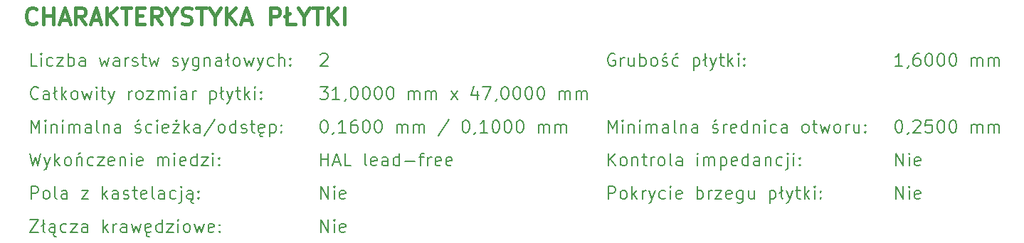
<source format=gbr>
%TF.GenerationSoftware,KiCad,Pcbnew,9.0.1-9.0.1-0~ubuntu24.04.1*%
%TF.CreationDate,2025-05-07T20:50:57+02:00*%
%TF.ProjectId,OOS - optyczny odbiornik sygnalow,4f4f5320-2d20-46f7-9074-79637a6e7920,0.0.3*%
%TF.SameCoordinates,Original*%
%TF.FileFunction,Other,User*%
%FSLAX46Y46*%
G04 Gerber Fmt 4.6, Leading zero omitted, Abs format (unit mm)*
G04 Created by KiCad (PCBNEW 9.0.1-9.0.1-0~ubuntu24.04.1) date 2025-05-07 20:50:57*
%MOMM*%
%LPD*%
G01*
G04 APERTURE LIST*
%ADD10C,0.200000*%
%ADD11C,0.400000*%
G04 APERTURE END LIST*
D10*
X54673008Y-77263028D02*
X54673008Y-75763028D01*
X54673008Y-75763028D02*
X55530151Y-77263028D01*
X55530151Y-77263028D02*
X55530151Y-75763028D01*
X56244437Y-77263028D02*
X56244437Y-76263028D01*
X56244437Y-75763028D02*
X56173009Y-75834457D01*
X56173009Y-75834457D02*
X56244437Y-75905885D01*
X56244437Y-75905885D02*
X56315866Y-75834457D01*
X56315866Y-75834457D02*
X56244437Y-75763028D01*
X56244437Y-75763028D02*
X56244437Y-75905885D01*
X57530152Y-77191600D02*
X57387295Y-77263028D01*
X57387295Y-77263028D02*
X57101581Y-77263028D01*
X57101581Y-77263028D02*
X56958723Y-77191600D01*
X56958723Y-77191600D02*
X56887295Y-77048742D01*
X56887295Y-77048742D02*
X56887295Y-76477314D01*
X56887295Y-76477314D02*
X56958723Y-76334457D01*
X56958723Y-76334457D02*
X57101581Y-76263028D01*
X57101581Y-76263028D02*
X57387295Y-76263028D01*
X57387295Y-76263028D02*
X57530152Y-76334457D01*
X57530152Y-76334457D02*
X57601581Y-76477314D01*
X57601581Y-76477314D02*
X57601581Y-76620171D01*
X57601581Y-76620171D02*
X56887295Y-76763028D01*
X88830146Y-77263028D02*
X88830146Y-75763028D01*
X88830146Y-75763028D02*
X89401575Y-75763028D01*
X89401575Y-75763028D02*
X89544432Y-75834457D01*
X89544432Y-75834457D02*
X89615861Y-75905885D01*
X89615861Y-75905885D02*
X89687289Y-76048742D01*
X89687289Y-76048742D02*
X89687289Y-76263028D01*
X89687289Y-76263028D02*
X89615861Y-76405885D01*
X89615861Y-76405885D02*
X89544432Y-76477314D01*
X89544432Y-76477314D02*
X89401575Y-76548742D01*
X89401575Y-76548742D02*
X88830146Y-76548742D01*
X90544432Y-77263028D02*
X90401575Y-77191600D01*
X90401575Y-77191600D02*
X90330146Y-77120171D01*
X90330146Y-77120171D02*
X90258718Y-76977314D01*
X90258718Y-76977314D02*
X90258718Y-76548742D01*
X90258718Y-76548742D02*
X90330146Y-76405885D01*
X90330146Y-76405885D02*
X90401575Y-76334457D01*
X90401575Y-76334457D02*
X90544432Y-76263028D01*
X90544432Y-76263028D02*
X90758718Y-76263028D01*
X90758718Y-76263028D02*
X90901575Y-76334457D01*
X90901575Y-76334457D02*
X90973004Y-76405885D01*
X90973004Y-76405885D02*
X91044432Y-76548742D01*
X91044432Y-76548742D02*
X91044432Y-76977314D01*
X91044432Y-76977314D02*
X90973004Y-77120171D01*
X90973004Y-77120171D02*
X90901575Y-77191600D01*
X90901575Y-77191600D02*
X90758718Y-77263028D01*
X90758718Y-77263028D02*
X90544432Y-77263028D01*
X91687289Y-77263028D02*
X91687289Y-75763028D01*
X91830147Y-76691600D02*
X92258718Y-77263028D01*
X92258718Y-76263028D02*
X91687289Y-76834457D01*
X92901575Y-77263028D02*
X92901575Y-76263028D01*
X92901575Y-76548742D02*
X92973004Y-76405885D01*
X92973004Y-76405885D02*
X93044433Y-76334457D01*
X93044433Y-76334457D02*
X93187290Y-76263028D01*
X93187290Y-76263028D02*
X93330147Y-76263028D01*
X93687289Y-76263028D02*
X94044432Y-77263028D01*
X94401575Y-76263028D02*
X94044432Y-77263028D01*
X94044432Y-77263028D02*
X93901575Y-77620171D01*
X93901575Y-77620171D02*
X93830146Y-77691600D01*
X93830146Y-77691600D02*
X93687289Y-77763028D01*
X95615861Y-77191600D02*
X95473003Y-77263028D01*
X95473003Y-77263028D02*
X95187289Y-77263028D01*
X95187289Y-77263028D02*
X95044432Y-77191600D01*
X95044432Y-77191600D02*
X94973003Y-77120171D01*
X94973003Y-77120171D02*
X94901575Y-76977314D01*
X94901575Y-76977314D02*
X94901575Y-76548742D01*
X94901575Y-76548742D02*
X94973003Y-76405885D01*
X94973003Y-76405885D02*
X95044432Y-76334457D01*
X95044432Y-76334457D02*
X95187289Y-76263028D01*
X95187289Y-76263028D02*
X95473003Y-76263028D01*
X95473003Y-76263028D02*
X95615861Y-76334457D01*
X96258717Y-77263028D02*
X96258717Y-76263028D01*
X96258717Y-75763028D02*
X96187289Y-75834457D01*
X96187289Y-75834457D02*
X96258717Y-75905885D01*
X96258717Y-75905885D02*
X96330146Y-75834457D01*
X96330146Y-75834457D02*
X96258717Y-75763028D01*
X96258717Y-75763028D02*
X96258717Y-75905885D01*
X97544432Y-77191600D02*
X97401575Y-77263028D01*
X97401575Y-77263028D02*
X97115861Y-77263028D01*
X97115861Y-77263028D02*
X96973003Y-77191600D01*
X96973003Y-77191600D02*
X96901575Y-77048742D01*
X96901575Y-77048742D02*
X96901575Y-76477314D01*
X96901575Y-76477314D02*
X96973003Y-76334457D01*
X96973003Y-76334457D02*
X97115861Y-76263028D01*
X97115861Y-76263028D02*
X97401575Y-76263028D01*
X97401575Y-76263028D02*
X97544432Y-76334457D01*
X97544432Y-76334457D02*
X97615861Y-76477314D01*
X97615861Y-76477314D02*
X97615861Y-76620171D01*
X97615861Y-76620171D02*
X96901575Y-76763028D01*
X99401574Y-77263028D02*
X99401574Y-75763028D01*
X99401574Y-76334457D02*
X99544432Y-76263028D01*
X99544432Y-76263028D02*
X99830146Y-76263028D01*
X99830146Y-76263028D02*
X99973003Y-76334457D01*
X99973003Y-76334457D02*
X100044432Y-76405885D01*
X100044432Y-76405885D02*
X100115860Y-76548742D01*
X100115860Y-76548742D02*
X100115860Y-76977314D01*
X100115860Y-76977314D02*
X100044432Y-77120171D01*
X100044432Y-77120171D02*
X99973003Y-77191600D01*
X99973003Y-77191600D02*
X99830146Y-77263028D01*
X99830146Y-77263028D02*
X99544432Y-77263028D01*
X99544432Y-77263028D02*
X99401574Y-77191600D01*
X100758717Y-77263028D02*
X100758717Y-76263028D01*
X100758717Y-76548742D02*
X100830146Y-76405885D01*
X100830146Y-76405885D02*
X100901575Y-76334457D01*
X100901575Y-76334457D02*
X101044432Y-76263028D01*
X101044432Y-76263028D02*
X101187289Y-76263028D01*
X101544431Y-76263028D02*
X102330146Y-76263028D01*
X102330146Y-76263028D02*
X101544431Y-77263028D01*
X101544431Y-77263028D02*
X102330146Y-77263028D01*
X103473003Y-77191600D02*
X103330146Y-77263028D01*
X103330146Y-77263028D02*
X103044432Y-77263028D01*
X103044432Y-77263028D02*
X102901574Y-77191600D01*
X102901574Y-77191600D02*
X102830146Y-77048742D01*
X102830146Y-77048742D02*
X102830146Y-76477314D01*
X102830146Y-76477314D02*
X102901574Y-76334457D01*
X102901574Y-76334457D02*
X103044432Y-76263028D01*
X103044432Y-76263028D02*
X103330146Y-76263028D01*
X103330146Y-76263028D02*
X103473003Y-76334457D01*
X103473003Y-76334457D02*
X103544432Y-76477314D01*
X103544432Y-76477314D02*
X103544432Y-76620171D01*
X103544432Y-76620171D02*
X102830146Y-76763028D01*
X104830146Y-76263028D02*
X104830146Y-77477314D01*
X104830146Y-77477314D02*
X104758717Y-77620171D01*
X104758717Y-77620171D02*
X104687288Y-77691600D01*
X104687288Y-77691600D02*
X104544431Y-77763028D01*
X104544431Y-77763028D02*
X104330146Y-77763028D01*
X104330146Y-77763028D02*
X104187288Y-77691600D01*
X104830146Y-77191600D02*
X104687288Y-77263028D01*
X104687288Y-77263028D02*
X104401574Y-77263028D01*
X104401574Y-77263028D02*
X104258717Y-77191600D01*
X104258717Y-77191600D02*
X104187288Y-77120171D01*
X104187288Y-77120171D02*
X104115860Y-76977314D01*
X104115860Y-76977314D02*
X104115860Y-76548742D01*
X104115860Y-76548742D02*
X104187288Y-76405885D01*
X104187288Y-76405885D02*
X104258717Y-76334457D01*
X104258717Y-76334457D02*
X104401574Y-76263028D01*
X104401574Y-76263028D02*
X104687288Y-76263028D01*
X104687288Y-76263028D02*
X104830146Y-76334457D01*
X106187289Y-76263028D02*
X106187289Y-77263028D01*
X105544431Y-76263028D02*
X105544431Y-77048742D01*
X105544431Y-77048742D02*
X105615860Y-77191600D01*
X105615860Y-77191600D02*
X105758717Y-77263028D01*
X105758717Y-77263028D02*
X105973003Y-77263028D01*
X105973003Y-77263028D02*
X106115860Y-77191600D01*
X106115860Y-77191600D02*
X106187289Y-77120171D01*
X108044431Y-76263028D02*
X108044431Y-77763028D01*
X108044431Y-76334457D02*
X108187289Y-76263028D01*
X108187289Y-76263028D02*
X108473003Y-76263028D01*
X108473003Y-76263028D02*
X108615860Y-76334457D01*
X108615860Y-76334457D02*
X108687289Y-76405885D01*
X108687289Y-76405885D02*
X108758717Y-76548742D01*
X108758717Y-76548742D02*
X108758717Y-76977314D01*
X108758717Y-76977314D02*
X108687289Y-77120171D01*
X108687289Y-77120171D02*
X108615860Y-77191600D01*
X108615860Y-77191600D02*
X108473003Y-77263028D01*
X108473003Y-77263028D02*
X108187289Y-77263028D01*
X108187289Y-77263028D02*
X108044431Y-77191600D01*
X109615860Y-77263028D02*
X109473003Y-77191600D01*
X109473003Y-77191600D02*
X109401574Y-77048742D01*
X109401574Y-77048742D02*
X109401574Y-75763028D01*
X109187289Y-76548742D02*
X109615860Y-76263028D01*
X110044431Y-76263028D02*
X110401574Y-77263028D01*
X110758717Y-76263028D02*
X110401574Y-77263028D01*
X110401574Y-77263028D02*
X110258717Y-77620171D01*
X110258717Y-77620171D02*
X110187288Y-77691600D01*
X110187288Y-77691600D02*
X110044431Y-77763028D01*
X111115860Y-76263028D02*
X111687288Y-76263028D01*
X111330145Y-75763028D02*
X111330145Y-77048742D01*
X111330145Y-77048742D02*
X111401574Y-77191600D01*
X111401574Y-77191600D02*
X111544431Y-77263028D01*
X111544431Y-77263028D02*
X111687288Y-77263028D01*
X112187288Y-77263028D02*
X112187288Y-75763028D01*
X112330146Y-76691600D02*
X112758717Y-77263028D01*
X112758717Y-76263028D02*
X112187288Y-76834457D01*
X113401574Y-77263028D02*
X113401574Y-76263028D01*
X113401574Y-75763028D02*
X113330146Y-75834457D01*
X113330146Y-75834457D02*
X113401574Y-75905885D01*
X113401574Y-75905885D02*
X113473003Y-75834457D01*
X113473003Y-75834457D02*
X113401574Y-75763028D01*
X113401574Y-75763028D02*
X113401574Y-75905885D01*
X114115860Y-77120171D02*
X114187289Y-77191600D01*
X114187289Y-77191600D02*
X114115860Y-77263028D01*
X114115860Y-77263028D02*
X114044432Y-77191600D01*
X114044432Y-77191600D02*
X114115860Y-77120171D01*
X114115860Y-77120171D02*
X114115860Y-77263028D01*
X114115860Y-76334457D02*
X114187289Y-76405885D01*
X114187289Y-76405885D02*
X114115860Y-76477314D01*
X114115860Y-76477314D02*
X114044432Y-76405885D01*
X114044432Y-76405885D02*
X114115860Y-76334457D01*
X114115860Y-76334457D02*
X114115860Y-76477314D01*
X20015863Y-79720028D02*
X21015863Y-79720028D01*
X21015863Y-79720028D02*
X20015863Y-81220028D01*
X20015863Y-81220028D02*
X21015863Y-81220028D01*
X21801577Y-81220028D02*
X21658720Y-81148600D01*
X21658720Y-81148600D02*
X21587291Y-81005742D01*
X21587291Y-81005742D02*
X21587291Y-79720028D01*
X21373006Y-80505742D02*
X21801577Y-80220028D01*
X23015863Y-81220028D02*
X23015863Y-80434314D01*
X23015863Y-80434314D02*
X22944434Y-80291457D01*
X22944434Y-80291457D02*
X22801577Y-80220028D01*
X22801577Y-80220028D02*
X22515863Y-80220028D01*
X22515863Y-80220028D02*
X22373005Y-80291457D01*
X23015863Y-81148600D02*
X22873005Y-81220028D01*
X22873005Y-81220028D02*
X22515863Y-81220028D01*
X22515863Y-81220028D02*
X22373005Y-81148600D01*
X22373005Y-81148600D02*
X22301577Y-81005742D01*
X22301577Y-81005742D02*
X22301577Y-80862885D01*
X22301577Y-80862885D02*
X22373005Y-80720028D01*
X22373005Y-80720028D02*
X22515863Y-80648600D01*
X22515863Y-80648600D02*
X22873005Y-80648600D01*
X22873005Y-80648600D02*
X23015863Y-80577171D01*
X23015863Y-81220028D02*
X22873005Y-81362885D01*
X22873005Y-81362885D02*
X22801577Y-81505742D01*
X22801577Y-81505742D02*
X22873005Y-81648600D01*
X22873005Y-81648600D02*
X23015863Y-81720028D01*
X23015863Y-81720028D02*
X23158720Y-81720028D01*
X24373006Y-81148600D02*
X24230148Y-81220028D01*
X24230148Y-81220028D02*
X23944434Y-81220028D01*
X23944434Y-81220028D02*
X23801577Y-81148600D01*
X23801577Y-81148600D02*
X23730148Y-81077171D01*
X23730148Y-81077171D02*
X23658720Y-80934314D01*
X23658720Y-80934314D02*
X23658720Y-80505742D01*
X23658720Y-80505742D02*
X23730148Y-80362885D01*
X23730148Y-80362885D02*
X23801577Y-80291457D01*
X23801577Y-80291457D02*
X23944434Y-80220028D01*
X23944434Y-80220028D02*
X24230148Y-80220028D01*
X24230148Y-80220028D02*
X24373006Y-80291457D01*
X24873005Y-80220028D02*
X25658720Y-80220028D01*
X25658720Y-80220028D02*
X24873005Y-81220028D01*
X24873005Y-81220028D02*
X25658720Y-81220028D01*
X26873006Y-81220028D02*
X26873006Y-80434314D01*
X26873006Y-80434314D02*
X26801577Y-80291457D01*
X26801577Y-80291457D02*
X26658720Y-80220028D01*
X26658720Y-80220028D02*
X26373006Y-80220028D01*
X26373006Y-80220028D02*
X26230148Y-80291457D01*
X26873006Y-81148600D02*
X26730148Y-81220028D01*
X26730148Y-81220028D02*
X26373006Y-81220028D01*
X26373006Y-81220028D02*
X26230148Y-81148600D01*
X26230148Y-81148600D02*
X26158720Y-81005742D01*
X26158720Y-81005742D02*
X26158720Y-80862885D01*
X26158720Y-80862885D02*
X26230148Y-80720028D01*
X26230148Y-80720028D02*
X26373006Y-80648600D01*
X26373006Y-80648600D02*
X26730148Y-80648600D01*
X26730148Y-80648600D02*
X26873006Y-80577171D01*
X28730148Y-81220028D02*
X28730148Y-79720028D01*
X28873006Y-80648600D02*
X29301577Y-81220028D01*
X29301577Y-80220028D02*
X28730148Y-80791457D01*
X29944434Y-81220028D02*
X29944434Y-80220028D01*
X29944434Y-80505742D02*
X30015863Y-80362885D01*
X30015863Y-80362885D02*
X30087292Y-80291457D01*
X30087292Y-80291457D02*
X30230149Y-80220028D01*
X30230149Y-80220028D02*
X30373006Y-80220028D01*
X31515863Y-81220028D02*
X31515863Y-80434314D01*
X31515863Y-80434314D02*
X31444434Y-80291457D01*
X31444434Y-80291457D02*
X31301577Y-80220028D01*
X31301577Y-80220028D02*
X31015863Y-80220028D01*
X31015863Y-80220028D02*
X30873005Y-80291457D01*
X31515863Y-81148600D02*
X31373005Y-81220028D01*
X31373005Y-81220028D02*
X31015863Y-81220028D01*
X31015863Y-81220028D02*
X30873005Y-81148600D01*
X30873005Y-81148600D02*
X30801577Y-81005742D01*
X30801577Y-81005742D02*
X30801577Y-80862885D01*
X30801577Y-80862885D02*
X30873005Y-80720028D01*
X30873005Y-80720028D02*
X31015863Y-80648600D01*
X31015863Y-80648600D02*
X31373005Y-80648600D01*
X31373005Y-80648600D02*
X31515863Y-80577171D01*
X32087291Y-80220028D02*
X32373006Y-81220028D01*
X32373006Y-81220028D02*
X32658720Y-80505742D01*
X32658720Y-80505742D02*
X32944434Y-81220028D01*
X32944434Y-81220028D02*
X33230148Y-80220028D01*
X34373006Y-81148600D02*
X34230149Y-81220028D01*
X34230149Y-81220028D02*
X33944435Y-81220028D01*
X33944435Y-81220028D02*
X33801577Y-81148600D01*
X33801577Y-81148600D02*
X33730149Y-81005742D01*
X33730149Y-81005742D02*
X33730149Y-80434314D01*
X33730149Y-80434314D02*
X33801577Y-80291457D01*
X33801577Y-80291457D02*
X33944435Y-80220028D01*
X33944435Y-80220028D02*
X34230149Y-80220028D01*
X34230149Y-80220028D02*
X34373006Y-80291457D01*
X34373006Y-80291457D02*
X34444435Y-80434314D01*
X34444435Y-80434314D02*
X34444435Y-80577171D01*
X34444435Y-80577171D02*
X33730149Y-80720028D01*
X34087292Y-81220028D02*
X33944435Y-81362885D01*
X33944435Y-81362885D02*
X33873006Y-81505742D01*
X33873006Y-81505742D02*
X33944435Y-81648600D01*
X33944435Y-81648600D02*
X34087292Y-81720028D01*
X34087292Y-81720028D02*
X34230149Y-81720028D01*
X35730149Y-81220028D02*
X35730149Y-79720028D01*
X35730149Y-81148600D02*
X35587291Y-81220028D01*
X35587291Y-81220028D02*
X35301577Y-81220028D01*
X35301577Y-81220028D02*
X35158720Y-81148600D01*
X35158720Y-81148600D02*
X35087291Y-81077171D01*
X35087291Y-81077171D02*
X35015863Y-80934314D01*
X35015863Y-80934314D02*
X35015863Y-80505742D01*
X35015863Y-80505742D02*
X35087291Y-80362885D01*
X35087291Y-80362885D02*
X35158720Y-80291457D01*
X35158720Y-80291457D02*
X35301577Y-80220028D01*
X35301577Y-80220028D02*
X35587291Y-80220028D01*
X35587291Y-80220028D02*
X35730149Y-80291457D01*
X36301577Y-80220028D02*
X37087292Y-80220028D01*
X37087292Y-80220028D02*
X36301577Y-81220028D01*
X36301577Y-81220028D02*
X37087292Y-81220028D01*
X37658720Y-81220028D02*
X37658720Y-80220028D01*
X37658720Y-79720028D02*
X37587292Y-79791457D01*
X37587292Y-79791457D02*
X37658720Y-79862885D01*
X37658720Y-79862885D02*
X37730149Y-79791457D01*
X37730149Y-79791457D02*
X37658720Y-79720028D01*
X37658720Y-79720028D02*
X37658720Y-79862885D01*
X38587292Y-81220028D02*
X38444435Y-81148600D01*
X38444435Y-81148600D02*
X38373006Y-81077171D01*
X38373006Y-81077171D02*
X38301578Y-80934314D01*
X38301578Y-80934314D02*
X38301578Y-80505742D01*
X38301578Y-80505742D02*
X38373006Y-80362885D01*
X38373006Y-80362885D02*
X38444435Y-80291457D01*
X38444435Y-80291457D02*
X38587292Y-80220028D01*
X38587292Y-80220028D02*
X38801578Y-80220028D01*
X38801578Y-80220028D02*
X38944435Y-80291457D01*
X38944435Y-80291457D02*
X39015864Y-80362885D01*
X39015864Y-80362885D02*
X39087292Y-80505742D01*
X39087292Y-80505742D02*
X39087292Y-80934314D01*
X39087292Y-80934314D02*
X39015864Y-81077171D01*
X39015864Y-81077171D02*
X38944435Y-81148600D01*
X38944435Y-81148600D02*
X38801578Y-81220028D01*
X38801578Y-81220028D02*
X38587292Y-81220028D01*
X39587292Y-80220028D02*
X39873007Y-81220028D01*
X39873007Y-81220028D02*
X40158721Y-80505742D01*
X40158721Y-80505742D02*
X40444435Y-81220028D01*
X40444435Y-81220028D02*
X40730149Y-80220028D01*
X41873007Y-81148600D02*
X41730150Y-81220028D01*
X41730150Y-81220028D02*
X41444436Y-81220028D01*
X41444436Y-81220028D02*
X41301578Y-81148600D01*
X41301578Y-81148600D02*
X41230150Y-81005742D01*
X41230150Y-81005742D02*
X41230150Y-80434314D01*
X41230150Y-80434314D02*
X41301578Y-80291457D01*
X41301578Y-80291457D02*
X41444436Y-80220028D01*
X41444436Y-80220028D02*
X41730150Y-80220028D01*
X41730150Y-80220028D02*
X41873007Y-80291457D01*
X41873007Y-80291457D02*
X41944436Y-80434314D01*
X41944436Y-80434314D02*
X41944436Y-80577171D01*
X41944436Y-80577171D02*
X41230150Y-80720028D01*
X42587292Y-81077171D02*
X42658721Y-81148600D01*
X42658721Y-81148600D02*
X42587292Y-81220028D01*
X42587292Y-81220028D02*
X42515864Y-81148600D01*
X42515864Y-81148600D02*
X42587292Y-81077171D01*
X42587292Y-81077171D02*
X42587292Y-81220028D01*
X42587292Y-80291457D02*
X42658721Y-80362885D01*
X42658721Y-80362885D02*
X42587292Y-80434314D01*
X42587292Y-80434314D02*
X42515864Y-80362885D01*
X42515864Y-80362885D02*
X42587292Y-80291457D01*
X42587292Y-80291457D02*
X42587292Y-80434314D01*
X20158720Y-77263028D02*
X20158720Y-75763028D01*
X20158720Y-75763028D02*
X20730149Y-75763028D01*
X20730149Y-75763028D02*
X20873006Y-75834457D01*
X20873006Y-75834457D02*
X20944435Y-75905885D01*
X20944435Y-75905885D02*
X21015863Y-76048742D01*
X21015863Y-76048742D02*
X21015863Y-76263028D01*
X21015863Y-76263028D02*
X20944435Y-76405885D01*
X20944435Y-76405885D02*
X20873006Y-76477314D01*
X20873006Y-76477314D02*
X20730149Y-76548742D01*
X20730149Y-76548742D02*
X20158720Y-76548742D01*
X21873006Y-77263028D02*
X21730149Y-77191600D01*
X21730149Y-77191600D02*
X21658720Y-77120171D01*
X21658720Y-77120171D02*
X21587292Y-76977314D01*
X21587292Y-76977314D02*
X21587292Y-76548742D01*
X21587292Y-76548742D02*
X21658720Y-76405885D01*
X21658720Y-76405885D02*
X21730149Y-76334457D01*
X21730149Y-76334457D02*
X21873006Y-76263028D01*
X21873006Y-76263028D02*
X22087292Y-76263028D01*
X22087292Y-76263028D02*
X22230149Y-76334457D01*
X22230149Y-76334457D02*
X22301578Y-76405885D01*
X22301578Y-76405885D02*
X22373006Y-76548742D01*
X22373006Y-76548742D02*
X22373006Y-76977314D01*
X22373006Y-76977314D02*
X22301578Y-77120171D01*
X22301578Y-77120171D02*
X22230149Y-77191600D01*
X22230149Y-77191600D02*
X22087292Y-77263028D01*
X22087292Y-77263028D02*
X21873006Y-77263028D01*
X23230149Y-77263028D02*
X23087292Y-77191600D01*
X23087292Y-77191600D02*
X23015863Y-77048742D01*
X23015863Y-77048742D02*
X23015863Y-75763028D01*
X24444435Y-77263028D02*
X24444435Y-76477314D01*
X24444435Y-76477314D02*
X24373006Y-76334457D01*
X24373006Y-76334457D02*
X24230149Y-76263028D01*
X24230149Y-76263028D02*
X23944435Y-76263028D01*
X23944435Y-76263028D02*
X23801577Y-76334457D01*
X24444435Y-77191600D02*
X24301577Y-77263028D01*
X24301577Y-77263028D02*
X23944435Y-77263028D01*
X23944435Y-77263028D02*
X23801577Y-77191600D01*
X23801577Y-77191600D02*
X23730149Y-77048742D01*
X23730149Y-77048742D02*
X23730149Y-76905885D01*
X23730149Y-76905885D02*
X23801577Y-76763028D01*
X23801577Y-76763028D02*
X23944435Y-76691600D01*
X23944435Y-76691600D02*
X24301577Y-76691600D01*
X24301577Y-76691600D02*
X24444435Y-76620171D01*
X26158720Y-76263028D02*
X26944435Y-76263028D01*
X26944435Y-76263028D02*
X26158720Y-77263028D01*
X26158720Y-77263028D02*
X26944435Y-77263028D01*
X28658720Y-77263028D02*
X28658720Y-75763028D01*
X28801578Y-76691600D02*
X29230149Y-77263028D01*
X29230149Y-76263028D02*
X28658720Y-76834457D01*
X30515864Y-77263028D02*
X30515864Y-76477314D01*
X30515864Y-76477314D02*
X30444435Y-76334457D01*
X30444435Y-76334457D02*
X30301578Y-76263028D01*
X30301578Y-76263028D02*
X30015864Y-76263028D01*
X30015864Y-76263028D02*
X29873006Y-76334457D01*
X30515864Y-77191600D02*
X30373006Y-77263028D01*
X30373006Y-77263028D02*
X30015864Y-77263028D01*
X30015864Y-77263028D02*
X29873006Y-77191600D01*
X29873006Y-77191600D02*
X29801578Y-77048742D01*
X29801578Y-77048742D02*
X29801578Y-76905885D01*
X29801578Y-76905885D02*
X29873006Y-76763028D01*
X29873006Y-76763028D02*
X30015864Y-76691600D01*
X30015864Y-76691600D02*
X30373006Y-76691600D01*
X30373006Y-76691600D02*
X30515864Y-76620171D01*
X31158721Y-77191600D02*
X31301578Y-77263028D01*
X31301578Y-77263028D02*
X31587292Y-77263028D01*
X31587292Y-77263028D02*
X31730149Y-77191600D01*
X31730149Y-77191600D02*
X31801578Y-77048742D01*
X31801578Y-77048742D02*
X31801578Y-76977314D01*
X31801578Y-76977314D02*
X31730149Y-76834457D01*
X31730149Y-76834457D02*
X31587292Y-76763028D01*
X31587292Y-76763028D02*
X31373007Y-76763028D01*
X31373007Y-76763028D02*
X31230149Y-76691600D01*
X31230149Y-76691600D02*
X31158721Y-76548742D01*
X31158721Y-76548742D02*
X31158721Y-76477314D01*
X31158721Y-76477314D02*
X31230149Y-76334457D01*
X31230149Y-76334457D02*
X31373007Y-76263028D01*
X31373007Y-76263028D02*
X31587292Y-76263028D01*
X31587292Y-76263028D02*
X31730149Y-76334457D01*
X32230150Y-76263028D02*
X32801578Y-76263028D01*
X32444435Y-75763028D02*
X32444435Y-77048742D01*
X32444435Y-77048742D02*
X32515864Y-77191600D01*
X32515864Y-77191600D02*
X32658721Y-77263028D01*
X32658721Y-77263028D02*
X32801578Y-77263028D01*
X33873007Y-77191600D02*
X33730150Y-77263028D01*
X33730150Y-77263028D02*
X33444436Y-77263028D01*
X33444436Y-77263028D02*
X33301578Y-77191600D01*
X33301578Y-77191600D02*
X33230150Y-77048742D01*
X33230150Y-77048742D02*
X33230150Y-76477314D01*
X33230150Y-76477314D02*
X33301578Y-76334457D01*
X33301578Y-76334457D02*
X33444436Y-76263028D01*
X33444436Y-76263028D02*
X33730150Y-76263028D01*
X33730150Y-76263028D02*
X33873007Y-76334457D01*
X33873007Y-76334457D02*
X33944436Y-76477314D01*
X33944436Y-76477314D02*
X33944436Y-76620171D01*
X33944436Y-76620171D02*
X33230150Y-76763028D01*
X34801578Y-77263028D02*
X34658721Y-77191600D01*
X34658721Y-77191600D02*
X34587292Y-77048742D01*
X34587292Y-77048742D02*
X34587292Y-75763028D01*
X36015864Y-77263028D02*
X36015864Y-76477314D01*
X36015864Y-76477314D02*
X35944435Y-76334457D01*
X35944435Y-76334457D02*
X35801578Y-76263028D01*
X35801578Y-76263028D02*
X35515864Y-76263028D01*
X35515864Y-76263028D02*
X35373006Y-76334457D01*
X36015864Y-77191600D02*
X35873006Y-77263028D01*
X35873006Y-77263028D02*
X35515864Y-77263028D01*
X35515864Y-77263028D02*
X35373006Y-77191600D01*
X35373006Y-77191600D02*
X35301578Y-77048742D01*
X35301578Y-77048742D02*
X35301578Y-76905885D01*
X35301578Y-76905885D02*
X35373006Y-76763028D01*
X35373006Y-76763028D02*
X35515864Y-76691600D01*
X35515864Y-76691600D02*
X35873006Y-76691600D01*
X35873006Y-76691600D02*
X36015864Y-76620171D01*
X37373007Y-77191600D02*
X37230149Y-77263028D01*
X37230149Y-77263028D02*
X36944435Y-77263028D01*
X36944435Y-77263028D02*
X36801578Y-77191600D01*
X36801578Y-77191600D02*
X36730149Y-77120171D01*
X36730149Y-77120171D02*
X36658721Y-76977314D01*
X36658721Y-76977314D02*
X36658721Y-76548742D01*
X36658721Y-76548742D02*
X36730149Y-76405885D01*
X36730149Y-76405885D02*
X36801578Y-76334457D01*
X36801578Y-76334457D02*
X36944435Y-76263028D01*
X36944435Y-76263028D02*
X37230149Y-76263028D01*
X37230149Y-76263028D02*
X37373007Y-76334457D01*
X38015863Y-76263028D02*
X38015863Y-77548742D01*
X38015863Y-77548742D02*
X37944435Y-77691600D01*
X37944435Y-77691600D02*
X37801578Y-77763028D01*
X37801578Y-77763028D02*
X37730149Y-77763028D01*
X38015863Y-75763028D02*
X37944435Y-75834457D01*
X37944435Y-75834457D02*
X38015863Y-75905885D01*
X38015863Y-75905885D02*
X38087292Y-75834457D01*
X38087292Y-75834457D02*
X38015863Y-75763028D01*
X38015863Y-75763028D02*
X38015863Y-75905885D01*
X39373007Y-77263028D02*
X39373007Y-76477314D01*
X39373007Y-76477314D02*
X39301578Y-76334457D01*
X39301578Y-76334457D02*
X39158721Y-76263028D01*
X39158721Y-76263028D02*
X38873007Y-76263028D01*
X38873007Y-76263028D02*
X38730149Y-76334457D01*
X39373007Y-77191600D02*
X39230149Y-77263028D01*
X39230149Y-77263028D02*
X38873007Y-77263028D01*
X38873007Y-77263028D02*
X38730149Y-77191600D01*
X38730149Y-77191600D02*
X38658721Y-77048742D01*
X38658721Y-77048742D02*
X38658721Y-76905885D01*
X38658721Y-76905885D02*
X38730149Y-76763028D01*
X38730149Y-76763028D02*
X38873007Y-76691600D01*
X38873007Y-76691600D02*
X39230149Y-76691600D01*
X39230149Y-76691600D02*
X39373007Y-76620171D01*
X39373007Y-77263028D02*
X39230149Y-77405885D01*
X39230149Y-77405885D02*
X39158721Y-77548742D01*
X39158721Y-77548742D02*
X39230149Y-77691600D01*
X39230149Y-77691600D02*
X39373007Y-77763028D01*
X39373007Y-77763028D02*
X39515864Y-77763028D01*
X40087292Y-77120171D02*
X40158721Y-77191600D01*
X40158721Y-77191600D02*
X40087292Y-77263028D01*
X40087292Y-77263028D02*
X40015864Y-77191600D01*
X40015864Y-77191600D02*
X40087292Y-77120171D01*
X40087292Y-77120171D02*
X40087292Y-77263028D01*
X40087292Y-76334457D02*
X40158721Y-76405885D01*
X40158721Y-76405885D02*
X40087292Y-76477314D01*
X40087292Y-76477314D02*
X40015864Y-76405885D01*
X40015864Y-76405885D02*
X40087292Y-76334457D01*
X40087292Y-76334457D02*
X40087292Y-76477314D01*
X54530151Y-63892028D02*
X55458723Y-63892028D01*
X55458723Y-63892028D02*
X54958723Y-64463457D01*
X54958723Y-64463457D02*
X55173008Y-64463457D01*
X55173008Y-64463457D02*
X55315866Y-64534885D01*
X55315866Y-64534885D02*
X55387294Y-64606314D01*
X55387294Y-64606314D02*
X55458723Y-64749171D01*
X55458723Y-64749171D02*
X55458723Y-65106314D01*
X55458723Y-65106314D02*
X55387294Y-65249171D01*
X55387294Y-65249171D02*
X55315866Y-65320600D01*
X55315866Y-65320600D02*
X55173008Y-65392028D01*
X55173008Y-65392028D02*
X54744437Y-65392028D01*
X54744437Y-65392028D02*
X54601580Y-65320600D01*
X54601580Y-65320600D02*
X54530151Y-65249171D01*
X56887294Y-65392028D02*
X56030151Y-65392028D01*
X56458722Y-65392028D02*
X56458722Y-63892028D01*
X56458722Y-63892028D02*
X56315865Y-64106314D01*
X56315865Y-64106314D02*
X56173008Y-64249171D01*
X56173008Y-64249171D02*
X56030151Y-64320600D01*
X57601579Y-65320600D02*
X57601579Y-65392028D01*
X57601579Y-65392028D02*
X57530150Y-65534885D01*
X57530150Y-65534885D02*
X57458722Y-65606314D01*
X58530151Y-63892028D02*
X58673008Y-63892028D01*
X58673008Y-63892028D02*
X58815865Y-63963457D01*
X58815865Y-63963457D02*
X58887294Y-64034885D01*
X58887294Y-64034885D02*
X58958722Y-64177742D01*
X58958722Y-64177742D02*
X59030151Y-64463457D01*
X59030151Y-64463457D02*
X59030151Y-64820600D01*
X59030151Y-64820600D02*
X58958722Y-65106314D01*
X58958722Y-65106314D02*
X58887294Y-65249171D01*
X58887294Y-65249171D02*
X58815865Y-65320600D01*
X58815865Y-65320600D02*
X58673008Y-65392028D01*
X58673008Y-65392028D02*
X58530151Y-65392028D01*
X58530151Y-65392028D02*
X58387294Y-65320600D01*
X58387294Y-65320600D02*
X58315865Y-65249171D01*
X58315865Y-65249171D02*
X58244436Y-65106314D01*
X58244436Y-65106314D02*
X58173008Y-64820600D01*
X58173008Y-64820600D02*
X58173008Y-64463457D01*
X58173008Y-64463457D02*
X58244436Y-64177742D01*
X58244436Y-64177742D02*
X58315865Y-64034885D01*
X58315865Y-64034885D02*
X58387294Y-63963457D01*
X58387294Y-63963457D02*
X58530151Y-63892028D01*
X59958722Y-63892028D02*
X60101579Y-63892028D01*
X60101579Y-63892028D02*
X60244436Y-63963457D01*
X60244436Y-63963457D02*
X60315865Y-64034885D01*
X60315865Y-64034885D02*
X60387293Y-64177742D01*
X60387293Y-64177742D02*
X60458722Y-64463457D01*
X60458722Y-64463457D02*
X60458722Y-64820600D01*
X60458722Y-64820600D02*
X60387293Y-65106314D01*
X60387293Y-65106314D02*
X60315865Y-65249171D01*
X60315865Y-65249171D02*
X60244436Y-65320600D01*
X60244436Y-65320600D02*
X60101579Y-65392028D01*
X60101579Y-65392028D02*
X59958722Y-65392028D01*
X59958722Y-65392028D02*
X59815865Y-65320600D01*
X59815865Y-65320600D02*
X59744436Y-65249171D01*
X59744436Y-65249171D02*
X59673007Y-65106314D01*
X59673007Y-65106314D02*
X59601579Y-64820600D01*
X59601579Y-64820600D02*
X59601579Y-64463457D01*
X59601579Y-64463457D02*
X59673007Y-64177742D01*
X59673007Y-64177742D02*
X59744436Y-64034885D01*
X59744436Y-64034885D02*
X59815865Y-63963457D01*
X59815865Y-63963457D02*
X59958722Y-63892028D01*
X61387293Y-63892028D02*
X61530150Y-63892028D01*
X61530150Y-63892028D02*
X61673007Y-63963457D01*
X61673007Y-63963457D02*
X61744436Y-64034885D01*
X61744436Y-64034885D02*
X61815864Y-64177742D01*
X61815864Y-64177742D02*
X61887293Y-64463457D01*
X61887293Y-64463457D02*
X61887293Y-64820600D01*
X61887293Y-64820600D02*
X61815864Y-65106314D01*
X61815864Y-65106314D02*
X61744436Y-65249171D01*
X61744436Y-65249171D02*
X61673007Y-65320600D01*
X61673007Y-65320600D02*
X61530150Y-65392028D01*
X61530150Y-65392028D02*
X61387293Y-65392028D01*
X61387293Y-65392028D02*
X61244436Y-65320600D01*
X61244436Y-65320600D02*
X61173007Y-65249171D01*
X61173007Y-65249171D02*
X61101578Y-65106314D01*
X61101578Y-65106314D02*
X61030150Y-64820600D01*
X61030150Y-64820600D02*
X61030150Y-64463457D01*
X61030150Y-64463457D02*
X61101578Y-64177742D01*
X61101578Y-64177742D02*
X61173007Y-64034885D01*
X61173007Y-64034885D02*
X61244436Y-63963457D01*
X61244436Y-63963457D02*
X61387293Y-63892028D01*
X62815864Y-63892028D02*
X62958721Y-63892028D01*
X62958721Y-63892028D02*
X63101578Y-63963457D01*
X63101578Y-63963457D02*
X63173007Y-64034885D01*
X63173007Y-64034885D02*
X63244435Y-64177742D01*
X63244435Y-64177742D02*
X63315864Y-64463457D01*
X63315864Y-64463457D02*
X63315864Y-64820600D01*
X63315864Y-64820600D02*
X63244435Y-65106314D01*
X63244435Y-65106314D02*
X63173007Y-65249171D01*
X63173007Y-65249171D02*
X63101578Y-65320600D01*
X63101578Y-65320600D02*
X62958721Y-65392028D01*
X62958721Y-65392028D02*
X62815864Y-65392028D01*
X62815864Y-65392028D02*
X62673007Y-65320600D01*
X62673007Y-65320600D02*
X62601578Y-65249171D01*
X62601578Y-65249171D02*
X62530149Y-65106314D01*
X62530149Y-65106314D02*
X62458721Y-64820600D01*
X62458721Y-64820600D02*
X62458721Y-64463457D01*
X62458721Y-64463457D02*
X62530149Y-64177742D01*
X62530149Y-64177742D02*
X62601578Y-64034885D01*
X62601578Y-64034885D02*
X62673007Y-63963457D01*
X62673007Y-63963457D02*
X62815864Y-63892028D01*
X65101577Y-65392028D02*
X65101577Y-64392028D01*
X65101577Y-64534885D02*
X65173006Y-64463457D01*
X65173006Y-64463457D02*
X65315863Y-64392028D01*
X65315863Y-64392028D02*
X65530149Y-64392028D01*
X65530149Y-64392028D02*
X65673006Y-64463457D01*
X65673006Y-64463457D02*
X65744435Y-64606314D01*
X65744435Y-64606314D02*
X65744435Y-65392028D01*
X65744435Y-64606314D02*
X65815863Y-64463457D01*
X65815863Y-64463457D02*
X65958720Y-64392028D01*
X65958720Y-64392028D02*
X66173006Y-64392028D01*
X66173006Y-64392028D02*
X66315863Y-64463457D01*
X66315863Y-64463457D02*
X66387292Y-64606314D01*
X66387292Y-64606314D02*
X66387292Y-65392028D01*
X67101577Y-65392028D02*
X67101577Y-64392028D01*
X67101577Y-64534885D02*
X67173006Y-64463457D01*
X67173006Y-64463457D02*
X67315863Y-64392028D01*
X67315863Y-64392028D02*
X67530149Y-64392028D01*
X67530149Y-64392028D02*
X67673006Y-64463457D01*
X67673006Y-64463457D02*
X67744435Y-64606314D01*
X67744435Y-64606314D02*
X67744435Y-65392028D01*
X67744435Y-64606314D02*
X67815863Y-64463457D01*
X67815863Y-64463457D02*
X67958720Y-64392028D01*
X67958720Y-64392028D02*
X68173006Y-64392028D01*
X68173006Y-64392028D02*
X68315863Y-64463457D01*
X68315863Y-64463457D02*
X68387292Y-64606314D01*
X68387292Y-64606314D02*
X68387292Y-65392028D01*
X70101577Y-65392028D02*
X70887292Y-64392028D01*
X70101577Y-64392028D02*
X70887292Y-65392028D01*
X73244435Y-64392028D02*
X73244435Y-65392028D01*
X72887292Y-63820600D02*
X72530149Y-64892028D01*
X72530149Y-64892028D02*
X73458720Y-64892028D01*
X73887291Y-63892028D02*
X74887291Y-63892028D01*
X74887291Y-63892028D02*
X74244434Y-65392028D01*
X75530148Y-65320600D02*
X75530148Y-65392028D01*
X75530148Y-65392028D02*
X75458719Y-65534885D01*
X75458719Y-65534885D02*
X75387291Y-65606314D01*
X76458720Y-63892028D02*
X76601577Y-63892028D01*
X76601577Y-63892028D02*
X76744434Y-63963457D01*
X76744434Y-63963457D02*
X76815863Y-64034885D01*
X76815863Y-64034885D02*
X76887291Y-64177742D01*
X76887291Y-64177742D02*
X76958720Y-64463457D01*
X76958720Y-64463457D02*
X76958720Y-64820600D01*
X76958720Y-64820600D02*
X76887291Y-65106314D01*
X76887291Y-65106314D02*
X76815863Y-65249171D01*
X76815863Y-65249171D02*
X76744434Y-65320600D01*
X76744434Y-65320600D02*
X76601577Y-65392028D01*
X76601577Y-65392028D02*
X76458720Y-65392028D01*
X76458720Y-65392028D02*
X76315863Y-65320600D01*
X76315863Y-65320600D02*
X76244434Y-65249171D01*
X76244434Y-65249171D02*
X76173005Y-65106314D01*
X76173005Y-65106314D02*
X76101577Y-64820600D01*
X76101577Y-64820600D02*
X76101577Y-64463457D01*
X76101577Y-64463457D02*
X76173005Y-64177742D01*
X76173005Y-64177742D02*
X76244434Y-64034885D01*
X76244434Y-64034885D02*
X76315863Y-63963457D01*
X76315863Y-63963457D02*
X76458720Y-63892028D01*
X77887291Y-63892028D02*
X78030148Y-63892028D01*
X78030148Y-63892028D02*
X78173005Y-63963457D01*
X78173005Y-63963457D02*
X78244434Y-64034885D01*
X78244434Y-64034885D02*
X78315862Y-64177742D01*
X78315862Y-64177742D02*
X78387291Y-64463457D01*
X78387291Y-64463457D02*
X78387291Y-64820600D01*
X78387291Y-64820600D02*
X78315862Y-65106314D01*
X78315862Y-65106314D02*
X78244434Y-65249171D01*
X78244434Y-65249171D02*
X78173005Y-65320600D01*
X78173005Y-65320600D02*
X78030148Y-65392028D01*
X78030148Y-65392028D02*
X77887291Y-65392028D01*
X77887291Y-65392028D02*
X77744434Y-65320600D01*
X77744434Y-65320600D02*
X77673005Y-65249171D01*
X77673005Y-65249171D02*
X77601576Y-65106314D01*
X77601576Y-65106314D02*
X77530148Y-64820600D01*
X77530148Y-64820600D02*
X77530148Y-64463457D01*
X77530148Y-64463457D02*
X77601576Y-64177742D01*
X77601576Y-64177742D02*
X77673005Y-64034885D01*
X77673005Y-64034885D02*
X77744434Y-63963457D01*
X77744434Y-63963457D02*
X77887291Y-63892028D01*
X79315862Y-63892028D02*
X79458719Y-63892028D01*
X79458719Y-63892028D02*
X79601576Y-63963457D01*
X79601576Y-63963457D02*
X79673005Y-64034885D01*
X79673005Y-64034885D02*
X79744433Y-64177742D01*
X79744433Y-64177742D02*
X79815862Y-64463457D01*
X79815862Y-64463457D02*
X79815862Y-64820600D01*
X79815862Y-64820600D02*
X79744433Y-65106314D01*
X79744433Y-65106314D02*
X79673005Y-65249171D01*
X79673005Y-65249171D02*
X79601576Y-65320600D01*
X79601576Y-65320600D02*
X79458719Y-65392028D01*
X79458719Y-65392028D02*
X79315862Y-65392028D01*
X79315862Y-65392028D02*
X79173005Y-65320600D01*
X79173005Y-65320600D02*
X79101576Y-65249171D01*
X79101576Y-65249171D02*
X79030147Y-65106314D01*
X79030147Y-65106314D02*
X78958719Y-64820600D01*
X78958719Y-64820600D02*
X78958719Y-64463457D01*
X78958719Y-64463457D02*
X79030147Y-64177742D01*
X79030147Y-64177742D02*
X79101576Y-64034885D01*
X79101576Y-64034885D02*
X79173005Y-63963457D01*
X79173005Y-63963457D02*
X79315862Y-63892028D01*
X80744433Y-63892028D02*
X80887290Y-63892028D01*
X80887290Y-63892028D02*
X81030147Y-63963457D01*
X81030147Y-63963457D02*
X81101576Y-64034885D01*
X81101576Y-64034885D02*
X81173004Y-64177742D01*
X81173004Y-64177742D02*
X81244433Y-64463457D01*
X81244433Y-64463457D02*
X81244433Y-64820600D01*
X81244433Y-64820600D02*
X81173004Y-65106314D01*
X81173004Y-65106314D02*
X81101576Y-65249171D01*
X81101576Y-65249171D02*
X81030147Y-65320600D01*
X81030147Y-65320600D02*
X80887290Y-65392028D01*
X80887290Y-65392028D02*
X80744433Y-65392028D01*
X80744433Y-65392028D02*
X80601576Y-65320600D01*
X80601576Y-65320600D02*
X80530147Y-65249171D01*
X80530147Y-65249171D02*
X80458718Y-65106314D01*
X80458718Y-65106314D02*
X80387290Y-64820600D01*
X80387290Y-64820600D02*
X80387290Y-64463457D01*
X80387290Y-64463457D02*
X80458718Y-64177742D01*
X80458718Y-64177742D02*
X80530147Y-64034885D01*
X80530147Y-64034885D02*
X80601576Y-63963457D01*
X80601576Y-63963457D02*
X80744433Y-63892028D01*
X83030146Y-65392028D02*
X83030146Y-64392028D01*
X83030146Y-64534885D02*
X83101575Y-64463457D01*
X83101575Y-64463457D02*
X83244432Y-64392028D01*
X83244432Y-64392028D02*
X83458718Y-64392028D01*
X83458718Y-64392028D02*
X83601575Y-64463457D01*
X83601575Y-64463457D02*
X83673004Y-64606314D01*
X83673004Y-64606314D02*
X83673004Y-65392028D01*
X83673004Y-64606314D02*
X83744432Y-64463457D01*
X83744432Y-64463457D02*
X83887289Y-64392028D01*
X83887289Y-64392028D02*
X84101575Y-64392028D01*
X84101575Y-64392028D02*
X84244432Y-64463457D01*
X84244432Y-64463457D02*
X84315861Y-64606314D01*
X84315861Y-64606314D02*
X84315861Y-65392028D01*
X85030146Y-65392028D02*
X85030146Y-64392028D01*
X85030146Y-64534885D02*
X85101575Y-64463457D01*
X85101575Y-64463457D02*
X85244432Y-64392028D01*
X85244432Y-64392028D02*
X85458718Y-64392028D01*
X85458718Y-64392028D02*
X85601575Y-64463457D01*
X85601575Y-64463457D02*
X85673004Y-64606314D01*
X85673004Y-64606314D02*
X85673004Y-65392028D01*
X85673004Y-64606314D02*
X85744432Y-64463457D01*
X85744432Y-64463457D02*
X85887289Y-64392028D01*
X85887289Y-64392028D02*
X86101575Y-64392028D01*
X86101575Y-64392028D02*
X86244432Y-64463457D01*
X86244432Y-64463457D02*
X86315861Y-64606314D01*
X86315861Y-64606314D02*
X86315861Y-65392028D01*
X20873006Y-61435028D02*
X20158720Y-61435028D01*
X20158720Y-61435028D02*
X20158720Y-59935028D01*
X21373006Y-61435028D02*
X21373006Y-60435028D01*
X21373006Y-59935028D02*
X21301578Y-60006457D01*
X21301578Y-60006457D02*
X21373006Y-60077885D01*
X21373006Y-60077885D02*
X21444435Y-60006457D01*
X21444435Y-60006457D02*
X21373006Y-59935028D01*
X21373006Y-59935028D02*
X21373006Y-60077885D01*
X22730150Y-61363600D02*
X22587292Y-61435028D01*
X22587292Y-61435028D02*
X22301578Y-61435028D01*
X22301578Y-61435028D02*
X22158721Y-61363600D01*
X22158721Y-61363600D02*
X22087292Y-61292171D01*
X22087292Y-61292171D02*
X22015864Y-61149314D01*
X22015864Y-61149314D02*
X22015864Y-60720742D01*
X22015864Y-60720742D02*
X22087292Y-60577885D01*
X22087292Y-60577885D02*
X22158721Y-60506457D01*
X22158721Y-60506457D02*
X22301578Y-60435028D01*
X22301578Y-60435028D02*
X22587292Y-60435028D01*
X22587292Y-60435028D02*
X22730150Y-60506457D01*
X23230149Y-60435028D02*
X24015864Y-60435028D01*
X24015864Y-60435028D02*
X23230149Y-61435028D01*
X23230149Y-61435028D02*
X24015864Y-61435028D01*
X24587292Y-61435028D02*
X24587292Y-59935028D01*
X24587292Y-60506457D02*
X24730150Y-60435028D01*
X24730150Y-60435028D02*
X25015864Y-60435028D01*
X25015864Y-60435028D02*
X25158721Y-60506457D01*
X25158721Y-60506457D02*
X25230150Y-60577885D01*
X25230150Y-60577885D02*
X25301578Y-60720742D01*
X25301578Y-60720742D02*
X25301578Y-61149314D01*
X25301578Y-61149314D02*
X25230150Y-61292171D01*
X25230150Y-61292171D02*
X25158721Y-61363600D01*
X25158721Y-61363600D02*
X25015864Y-61435028D01*
X25015864Y-61435028D02*
X24730150Y-61435028D01*
X24730150Y-61435028D02*
X24587292Y-61363600D01*
X26587293Y-61435028D02*
X26587293Y-60649314D01*
X26587293Y-60649314D02*
X26515864Y-60506457D01*
X26515864Y-60506457D02*
X26373007Y-60435028D01*
X26373007Y-60435028D02*
X26087293Y-60435028D01*
X26087293Y-60435028D02*
X25944435Y-60506457D01*
X26587293Y-61363600D02*
X26444435Y-61435028D01*
X26444435Y-61435028D02*
X26087293Y-61435028D01*
X26087293Y-61435028D02*
X25944435Y-61363600D01*
X25944435Y-61363600D02*
X25873007Y-61220742D01*
X25873007Y-61220742D02*
X25873007Y-61077885D01*
X25873007Y-61077885D02*
X25944435Y-60935028D01*
X25944435Y-60935028D02*
X26087293Y-60863600D01*
X26087293Y-60863600D02*
X26444435Y-60863600D01*
X26444435Y-60863600D02*
X26587293Y-60792171D01*
X28301578Y-60435028D02*
X28587293Y-61435028D01*
X28587293Y-61435028D02*
X28873007Y-60720742D01*
X28873007Y-60720742D02*
X29158721Y-61435028D01*
X29158721Y-61435028D02*
X29444435Y-60435028D01*
X30658722Y-61435028D02*
X30658722Y-60649314D01*
X30658722Y-60649314D02*
X30587293Y-60506457D01*
X30587293Y-60506457D02*
X30444436Y-60435028D01*
X30444436Y-60435028D02*
X30158722Y-60435028D01*
X30158722Y-60435028D02*
X30015864Y-60506457D01*
X30658722Y-61363600D02*
X30515864Y-61435028D01*
X30515864Y-61435028D02*
X30158722Y-61435028D01*
X30158722Y-61435028D02*
X30015864Y-61363600D01*
X30015864Y-61363600D02*
X29944436Y-61220742D01*
X29944436Y-61220742D02*
X29944436Y-61077885D01*
X29944436Y-61077885D02*
X30015864Y-60935028D01*
X30015864Y-60935028D02*
X30158722Y-60863600D01*
X30158722Y-60863600D02*
X30515864Y-60863600D01*
X30515864Y-60863600D02*
X30658722Y-60792171D01*
X31373007Y-61435028D02*
X31373007Y-60435028D01*
X31373007Y-60720742D02*
X31444436Y-60577885D01*
X31444436Y-60577885D02*
X31515865Y-60506457D01*
X31515865Y-60506457D02*
X31658722Y-60435028D01*
X31658722Y-60435028D02*
X31801579Y-60435028D01*
X32230150Y-61363600D02*
X32373007Y-61435028D01*
X32373007Y-61435028D02*
X32658721Y-61435028D01*
X32658721Y-61435028D02*
X32801578Y-61363600D01*
X32801578Y-61363600D02*
X32873007Y-61220742D01*
X32873007Y-61220742D02*
X32873007Y-61149314D01*
X32873007Y-61149314D02*
X32801578Y-61006457D01*
X32801578Y-61006457D02*
X32658721Y-60935028D01*
X32658721Y-60935028D02*
X32444436Y-60935028D01*
X32444436Y-60935028D02*
X32301578Y-60863600D01*
X32301578Y-60863600D02*
X32230150Y-60720742D01*
X32230150Y-60720742D02*
X32230150Y-60649314D01*
X32230150Y-60649314D02*
X32301578Y-60506457D01*
X32301578Y-60506457D02*
X32444436Y-60435028D01*
X32444436Y-60435028D02*
X32658721Y-60435028D01*
X32658721Y-60435028D02*
X32801578Y-60506457D01*
X33301579Y-60435028D02*
X33873007Y-60435028D01*
X33515864Y-59935028D02*
X33515864Y-61220742D01*
X33515864Y-61220742D02*
X33587293Y-61363600D01*
X33587293Y-61363600D02*
X33730150Y-61435028D01*
X33730150Y-61435028D02*
X33873007Y-61435028D01*
X34230150Y-60435028D02*
X34515865Y-61435028D01*
X34515865Y-61435028D02*
X34801579Y-60720742D01*
X34801579Y-60720742D02*
X35087293Y-61435028D01*
X35087293Y-61435028D02*
X35373007Y-60435028D01*
X37015865Y-61363600D02*
X37158722Y-61435028D01*
X37158722Y-61435028D02*
X37444436Y-61435028D01*
X37444436Y-61435028D02*
X37587293Y-61363600D01*
X37587293Y-61363600D02*
X37658722Y-61220742D01*
X37658722Y-61220742D02*
X37658722Y-61149314D01*
X37658722Y-61149314D02*
X37587293Y-61006457D01*
X37587293Y-61006457D02*
X37444436Y-60935028D01*
X37444436Y-60935028D02*
X37230151Y-60935028D01*
X37230151Y-60935028D02*
X37087293Y-60863600D01*
X37087293Y-60863600D02*
X37015865Y-60720742D01*
X37015865Y-60720742D02*
X37015865Y-60649314D01*
X37015865Y-60649314D02*
X37087293Y-60506457D01*
X37087293Y-60506457D02*
X37230151Y-60435028D01*
X37230151Y-60435028D02*
X37444436Y-60435028D01*
X37444436Y-60435028D02*
X37587293Y-60506457D01*
X38158722Y-60435028D02*
X38515865Y-61435028D01*
X38873008Y-60435028D02*
X38515865Y-61435028D01*
X38515865Y-61435028D02*
X38373008Y-61792171D01*
X38373008Y-61792171D02*
X38301579Y-61863600D01*
X38301579Y-61863600D02*
X38158722Y-61935028D01*
X40087294Y-60435028D02*
X40087294Y-61649314D01*
X40087294Y-61649314D02*
X40015865Y-61792171D01*
X40015865Y-61792171D02*
X39944436Y-61863600D01*
X39944436Y-61863600D02*
X39801579Y-61935028D01*
X39801579Y-61935028D02*
X39587294Y-61935028D01*
X39587294Y-61935028D02*
X39444436Y-61863600D01*
X40087294Y-61363600D02*
X39944436Y-61435028D01*
X39944436Y-61435028D02*
X39658722Y-61435028D01*
X39658722Y-61435028D02*
X39515865Y-61363600D01*
X39515865Y-61363600D02*
X39444436Y-61292171D01*
X39444436Y-61292171D02*
X39373008Y-61149314D01*
X39373008Y-61149314D02*
X39373008Y-60720742D01*
X39373008Y-60720742D02*
X39444436Y-60577885D01*
X39444436Y-60577885D02*
X39515865Y-60506457D01*
X39515865Y-60506457D02*
X39658722Y-60435028D01*
X39658722Y-60435028D02*
X39944436Y-60435028D01*
X39944436Y-60435028D02*
X40087294Y-60506457D01*
X40801579Y-60435028D02*
X40801579Y-61435028D01*
X40801579Y-60577885D02*
X40873008Y-60506457D01*
X40873008Y-60506457D02*
X41015865Y-60435028D01*
X41015865Y-60435028D02*
X41230151Y-60435028D01*
X41230151Y-60435028D02*
X41373008Y-60506457D01*
X41373008Y-60506457D02*
X41444437Y-60649314D01*
X41444437Y-60649314D02*
X41444437Y-61435028D01*
X42801580Y-61435028D02*
X42801580Y-60649314D01*
X42801580Y-60649314D02*
X42730151Y-60506457D01*
X42730151Y-60506457D02*
X42587294Y-60435028D01*
X42587294Y-60435028D02*
X42301580Y-60435028D01*
X42301580Y-60435028D02*
X42158722Y-60506457D01*
X42801580Y-61363600D02*
X42658722Y-61435028D01*
X42658722Y-61435028D02*
X42301580Y-61435028D01*
X42301580Y-61435028D02*
X42158722Y-61363600D01*
X42158722Y-61363600D02*
X42087294Y-61220742D01*
X42087294Y-61220742D02*
X42087294Y-61077885D01*
X42087294Y-61077885D02*
X42158722Y-60935028D01*
X42158722Y-60935028D02*
X42301580Y-60863600D01*
X42301580Y-60863600D02*
X42658722Y-60863600D01*
X42658722Y-60863600D02*
X42801580Y-60792171D01*
X43730151Y-61435028D02*
X43587294Y-61363600D01*
X43587294Y-61363600D02*
X43515865Y-61220742D01*
X43515865Y-61220742D02*
X43515865Y-59935028D01*
X43301580Y-60720742D02*
X43730151Y-60435028D01*
X44515865Y-61435028D02*
X44373008Y-61363600D01*
X44373008Y-61363600D02*
X44301579Y-61292171D01*
X44301579Y-61292171D02*
X44230151Y-61149314D01*
X44230151Y-61149314D02*
X44230151Y-60720742D01*
X44230151Y-60720742D02*
X44301579Y-60577885D01*
X44301579Y-60577885D02*
X44373008Y-60506457D01*
X44373008Y-60506457D02*
X44515865Y-60435028D01*
X44515865Y-60435028D02*
X44730151Y-60435028D01*
X44730151Y-60435028D02*
X44873008Y-60506457D01*
X44873008Y-60506457D02*
X44944437Y-60577885D01*
X44944437Y-60577885D02*
X45015865Y-60720742D01*
X45015865Y-60720742D02*
X45015865Y-61149314D01*
X45015865Y-61149314D02*
X44944437Y-61292171D01*
X44944437Y-61292171D02*
X44873008Y-61363600D01*
X44873008Y-61363600D02*
X44730151Y-61435028D01*
X44730151Y-61435028D02*
X44515865Y-61435028D01*
X45515865Y-60435028D02*
X45801580Y-61435028D01*
X45801580Y-61435028D02*
X46087294Y-60720742D01*
X46087294Y-60720742D02*
X46373008Y-61435028D01*
X46373008Y-61435028D02*
X46658722Y-60435028D01*
X47087294Y-60435028D02*
X47444437Y-61435028D01*
X47801580Y-60435028D02*
X47444437Y-61435028D01*
X47444437Y-61435028D02*
X47301580Y-61792171D01*
X47301580Y-61792171D02*
X47230151Y-61863600D01*
X47230151Y-61863600D02*
X47087294Y-61935028D01*
X49015866Y-61363600D02*
X48873008Y-61435028D01*
X48873008Y-61435028D02*
X48587294Y-61435028D01*
X48587294Y-61435028D02*
X48444437Y-61363600D01*
X48444437Y-61363600D02*
X48373008Y-61292171D01*
X48373008Y-61292171D02*
X48301580Y-61149314D01*
X48301580Y-61149314D02*
X48301580Y-60720742D01*
X48301580Y-60720742D02*
X48373008Y-60577885D01*
X48373008Y-60577885D02*
X48444437Y-60506457D01*
X48444437Y-60506457D02*
X48587294Y-60435028D01*
X48587294Y-60435028D02*
X48873008Y-60435028D01*
X48873008Y-60435028D02*
X49015866Y-60506457D01*
X49658722Y-61435028D02*
X49658722Y-59935028D01*
X50301580Y-61435028D02*
X50301580Y-60649314D01*
X50301580Y-60649314D02*
X50230151Y-60506457D01*
X50230151Y-60506457D02*
X50087294Y-60435028D01*
X50087294Y-60435028D02*
X49873008Y-60435028D01*
X49873008Y-60435028D02*
X49730151Y-60506457D01*
X49730151Y-60506457D02*
X49658722Y-60577885D01*
X51015865Y-61292171D02*
X51087294Y-61363600D01*
X51087294Y-61363600D02*
X51015865Y-61435028D01*
X51015865Y-61435028D02*
X50944437Y-61363600D01*
X50944437Y-61363600D02*
X51015865Y-61292171D01*
X51015865Y-61292171D02*
X51015865Y-61435028D01*
X51015865Y-60506457D02*
X51087294Y-60577885D01*
X51087294Y-60577885D02*
X51015865Y-60649314D01*
X51015865Y-60649314D02*
X50944437Y-60577885D01*
X50944437Y-60577885D02*
X51015865Y-60506457D01*
X51015865Y-60506457D02*
X51015865Y-60649314D01*
X88830146Y-69349028D02*
X88830146Y-67849028D01*
X88830146Y-67849028D02*
X89330146Y-68920457D01*
X89330146Y-68920457D02*
X89830146Y-67849028D01*
X89830146Y-67849028D02*
X89830146Y-69349028D01*
X90544432Y-69349028D02*
X90544432Y-68349028D01*
X90544432Y-67849028D02*
X90473004Y-67920457D01*
X90473004Y-67920457D02*
X90544432Y-67991885D01*
X90544432Y-67991885D02*
X90615861Y-67920457D01*
X90615861Y-67920457D02*
X90544432Y-67849028D01*
X90544432Y-67849028D02*
X90544432Y-67991885D01*
X91258718Y-68349028D02*
X91258718Y-69349028D01*
X91258718Y-68491885D02*
X91330147Y-68420457D01*
X91330147Y-68420457D02*
X91473004Y-68349028D01*
X91473004Y-68349028D02*
X91687290Y-68349028D01*
X91687290Y-68349028D02*
X91830147Y-68420457D01*
X91830147Y-68420457D02*
X91901576Y-68563314D01*
X91901576Y-68563314D02*
X91901576Y-69349028D01*
X92615861Y-69349028D02*
X92615861Y-68349028D01*
X92615861Y-67849028D02*
X92544433Y-67920457D01*
X92544433Y-67920457D02*
X92615861Y-67991885D01*
X92615861Y-67991885D02*
X92687290Y-67920457D01*
X92687290Y-67920457D02*
X92615861Y-67849028D01*
X92615861Y-67849028D02*
X92615861Y-67991885D01*
X93330147Y-69349028D02*
X93330147Y-68349028D01*
X93330147Y-68491885D02*
X93401576Y-68420457D01*
X93401576Y-68420457D02*
X93544433Y-68349028D01*
X93544433Y-68349028D02*
X93758719Y-68349028D01*
X93758719Y-68349028D02*
X93901576Y-68420457D01*
X93901576Y-68420457D02*
X93973005Y-68563314D01*
X93973005Y-68563314D02*
X93973005Y-69349028D01*
X93973005Y-68563314D02*
X94044433Y-68420457D01*
X94044433Y-68420457D02*
X94187290Y-68349028D01*
X94187290Y-68349028D02*
X94401576Y-68349028D01*
X94401576Y-68349028D02*
X94544433Y-68420457D01*
X94544433Y-68420457D02*
X94615862Y-68563314D01*
X94615862Y-68563314D02*
X94615862Y-69349028D01*
X95973005Y-69349028D02*
X95973005Y-68563314D01*
X95973005Y-68563314D02*
X95901576Y-68420457D01*
X95901576Y-68420457D02*
X95758719Y-68349028D01*
X95758719Y-68349028D02*
X95473005Y-68349028D01*
X95473005Y-68349028D02*
X95330147Y-68420457D01*
X95973005Y-69277600D02*
X95830147Y-69349028D01*
X95830147Y-69349028D02*
X95473005Y-69349028D01*
X95473005Y-69349028D02*
X95330147Y-69277600D01*
X95330147Y-69277600D02*
X95258719Y-69134742D01*
X95258719Y-69134742D02*
X95258719Y-68991885D01*
X95258719Y-68991885D02*
X95330147Y-68849028D01*
X95330147Y-68849028D02*
X95473005Y-68777600D01*
X95473005Y-68777600D02*
X95830147Y-68777600D01*
X95830147Y-68777600D02*
X95973005Y-68706171D01*
X96901576Y-69349028D02*
X96758719Y-69277600D01*
X96758719Y-69277600D02*
X96687290Y-69134742D01*
X96687290Y-69134742D02*
X96687290Y-67849028D01*
X97473004Y-68349028D02*
X97473004Y-69349028D01*
X97473004Y-68491885D02*
X97544433Y-68420457D01*
X97544433Y-68420457D02*
X97687290Y-68349028D01*
X97687290Y-68349028D02*
X97901576Y-68349028D01*
X97901576Y-68349028D02*
X98044433Y-68420457D01*
X98044433Y-68420457D02*
X98115862Y-68563314D01*
X98115862Y-68563314D02*
X98115862Y-69349028D01*
X99473005Y-69349028D02*
X99473005Y-68563314D01*
X99473005Y-68563314D02*
X99401576Y-68420457D01*
X99401576Y-68420457D02*
X99258719Y-68349028D01*
X99258719Y-68349028D02*
X98973005Y-68349028D01*
X98973005Y-68349028D02*
X98830147Y-68420457D01*
X99473005Y-69277600D02*
X99330147Y-69349028D01*
X99330147Y-69349028D02*
X98973005Y-69349028D01*
X98973005Y-69349028D02*
X98830147Y-69277600D01*
X98830147Y-69277600D02*
X98758719Y-69134742D01*
X98758719Y-69134742D02*
X98758719Y-68991885D01*
X98758719Y-68991885D02*
X98830147Y-68849028D01*
X98830147Y-68849028D02*
X98973005Y-68777600D01*
X98973005Y-68777600D02*
X99330147Y-68777600D01*
X99330147Y-68777600D02*
X99473005Y-68706171D01*
X101258719Y-69277600D02*
X101401576Y-69349028D01*
X101401576Y-69349028D02*
X101687290Y-69349028D01*
X101687290Y-69349028D02*
X101830147Y-69277600D01*
X101830147Y-69277600D02*
X101901576Y-69134742D01*
X101901576Y-69134742D02*
X101901576Y-69063314D01*
X101901576Y-69063314D02*
X101830147Y-68920457D01*
X101830147Y-68920457D02*
X101687290Y-68849028D01*
X101687290Y-68849028D02*
X101473005Y-68849028D01*
X101473005Y-68849028D02*
X101330147Y-68777600D01*
X101330147Y-68777600D02*
X101258719Y-68634742D01*
X101258719Y-68634742D02*
X101258719Y-68563314D01*
X101258719Y-68563314D02*
X101330147Y-68420457D01*
X101330147Y-68420457D02*
X101473005Y-68349028D01*
X101473005Y-68349028D02*
X101687290Y-68349028D01*
X101687290Y-68349028D02*
X101830147Y-68420457D01*
X101687290Y-67777600D02*
X101473005Y-67991885D01*
X102544433Y-69349028D02*
X102544433Y-68349028D01*
X102544433Y-68634742D02*
X102615862Y-68491885D01*
X102615862Y-68491885D02*
X102687291Y-68420457D01*
X102687291Y-68420457D02*
X102830148Y-68349028D01*
X102830148Y-68349028D02*
X102973005Y-68349028D01*
X104044433Y-69277600D02*
X103901576Y-69349028D01*
X103901576Y-69349028D02*
X103615862Y-69349028D01*
X103615862Y-69349028D02*
X103473004Y-69277600D01*
X103473004Y-69277600D02*
X103401576Y-69134742D01*
X103401576Y-69134742D02*
X103401576Y-68563314D01*
X103401576Y-68563314D02*
X103473004Y-68420457D01*
X103473004Y-68420457D02*
X103615862Y-68349028D01*
X103615862Y-68349028D02*
X103901576Y-68349028D01*
X103901576Y-68349028D02*
X104044433Y-68420457D01*
X104044433Y-68420457D02*
X104115862Y-68563314D01*
X104115862Y-68563314D02*
X104115862Y-68706171D01*
X104115862Y-68706171D02*
X103401576Y-68849028D01*
X105401576Y-69349028D02*
X105401576Y-67849028D01*
X105401576Y-69277600D02*
X105258718Y-69349028D01*
X105258718Y-69349028D02*
X104973004Y-69349028D01*
X104973004Y-69349028D02*
X104830147Y-69277600D01*
X104830147Y-69277600D02*
X104758718Y-69206171D01*
X104758718Y-69206171D02*
X104687290Y-69063314D01*
X104687290Y-69063314D02*
X104687290Y-68634742D01*
X104687290Y-68634742D02*
X104758718Y-68491885D01*
X104758718Y-68491885D02*
X104830147Y-68420457D01*
X104830147Y-68420457D02*
X104973004Y-68349028D01*
X104973004Y-68349028D02*
X105258718Y-68349028D01*
X105258718Y-68349028D02*
X105401576Y-68420457D01*
X106115861Y-68349028D02*
X106115861Y-69349028D01*
X106115861Y-68491885D02*
X106187290Y-68420457D01*
X106187290Y-68420457D02*
X106330147Y-68349028D01*
X106330147Y-68349028D02*
X106544433Y-68349028D01*
X106544433Y-68349028D02*
X106687290Y-68420457D01*
X106687290Y-68420457D02*
X106758719Y-68563314D01*
X106758719Y-68563314D02*
X106758719Y-69349028D01*
X107473004Y-69349028D02*
X107473004Y-68349028D01*
X107473004Y-67849028D02*
X107401576Y-67920457D01*
X107401576Y-67920457D02*
X107473004Y-67991885D01*
X107473004Y-67991885D02*
X107544433Y-67920457D01*
X107544433Y-67920457D02*
X107473004Y-67849028D01*
X107473004Y-67849028D02*
X107473004Y-67991885D01*
X108830148Y-69277600D02*
X108687290Y-69349028D01*
X108687290Y-69349028D02*
X108401576Y-69349028D01*
X108401576Y-69349028D02*
X108258719Y-69277600D01*
X108258719Y-69277600D02*
X108187290Y-69206171D01*
X108187290Y-69206171D02*
X108115862Y-69063314D01*
X108115862Y-69063314D02*
X108115862Y-68634742D01*
X108115862Y-68634742D02*
X108187290Y-68491885D01*
X108187290Y-68491885D02*
X108258719Y-68420457D01*
X108258719Y-68420457D02*
X108401576Y-68349028D01*
X108401576Y-68349028D02*
X108687290Y-68349028D01*
X108687290Y-68349028D02*
X108830148Y-68420457D01*
X110115862Y-69349028D02*
X110115862Y-68563314D01*
X110115862Y-68563314D02*
X110044433Y-68420457D01*
X110044433Y-68420457D02*
X109901576Y-68349028D01*
X109901576Y-68349028D02*
X109615862Y-68349028D01*
X109615862Y-68349028D02*
X109473004Y-68420457D01*
X110115862Y-69277600D02*
X109973004Y-69349028D01*
X109973004Y-69349028D02*
X109615862Y-69349028D01*
X109615862Y-69349028D02*
X109473004Y-69277600D01*
X109473004Y-69277600D02*
X109401576Y-69134742D01*
X109401576Y-69134742D02*
X109401576Y-68991885D01*
X109401576Y-68991885D02*
X109473004Y-68849028D01*
X109473004Y-68849028D02*
X109615862Y-68777600D01*
X109615862Y-68777600D02*
X109973004Y-68777600D01*
X109973004Y-68777600D02*
X110115862Y-68706171D01*
X112187290Y-69349028D02*
X112044433Y-69277600D01*
X112044433Y-69277600D02*
X111973004Y-69206171D01*
X111973004Y-69206171D02*
X111901576Y-69063314D01*
X111901576Y-69063314D02*
X111901576Y-68634742D01*
X111901576Y-68634742D02*
X111973004Y-68491885D01*
X111973004Y-68491885D02*
X112044433Y-68420457D01*
X112044433Y-68420457D02*
X112187290Y-68349028D01*
X112187290Y-68349028D02*
X112401576Y-68349028D01*
X112401576Y-68349028D02*
X112544433Y-68420457D01*
X112544433Y-68420457D02*
X112615862Y-68491885D01*
X112615862Y-68491885D02*
X112687290Y-68634742D01*
X112687290Y-68634742D02*
X112687290Y-69063314D01*
X112687290Y-69063314D02*
X112615862Y-69206171D01*
X112615862Y-69206171D02*
X112544433Y-69277600D01*
X112544433Y-69277600D02*
X112401576Y-69349028D01*
X112401576Y-69349028D02*
X112187290Y-69349028D01*
X113115862Y-68349028D02*
X113687290Y-68349028D01*
X113330147Y-67849028D02*
X113330147Y-69134742D01*
X113330147Y-69134742D02*
X113401576Y-69277600D01*
X113401576Y-69277600D02*
X113544433Y-69349028D01*
X113544433Y-69349028D02*
X113687290Y-69349028D01*
X114044433Y-68349028D02*
X114330148Y-69349028D01*
X114330148Y-69349028D02*
X114615862Y-68634742D01*
X114615862Y-68634742D02*
X114901576Y-69349028D01*
X114901576Y-69349028D02*
X115187290Y-68349028D01*
X115973005Y-69349028D02*
X115830148Y-69277600D01*
X115830148Y-69277600D02*
X115758719Y-69206171D01*
X115758719Y-69206171D02*
X115687291Y-69063314D01*
X115687291Y-69063314D02*
X115687291Y-68634742D01*
X115687291Y-68634742D02*
X115758719Y-68491885D01*
X115758719Y-68491885D02*
X115830148Y-68420457D01*
X115830148Y-68420457D02*
X115973005Y-68349028D01*
X115973005Y-68349028D02*
X116187291Y-68349028D01*
X116187291Y-68349028D02*
X116330148Y-68420457D01*
X116330148Y-68420457D02*
X116401577Y-68491885D01*
X116401577Y-68491885D02*
X116473005Y-68634742D01*
X116473005Y-68634742D02*
X116473005Y-69063314D01*
X116473005Y-69063314D02*
X116401577Y-69206171D01*
X116401577Y-69206171D02*
X116330148Y-69277600D01*
X116330148Y-69277600D02*
X116187291Y-69349028D01*
X116187291Y-69349028D02*
X115973005Y-69349028D01*
X117115862Y-69349028D02*
X117115862Y-68349028D01*
X117115862Y-68634742D02*
X117187291Y-68491885D01*
X117187291Y-68491885D02*
X117258720Y-68420457D01*
X117258720Y-68420457D02*
X117401577Y-68349028D01*
X117401577Y-68349028D02*
X117544434Y-68349028D01*
X118687291Y-68349028D02*
X118687291Y-69349028D01*
X118044433Y-68349028D02*
X118044433Y-69134742D01*
X118044433Y-69134742D02*
X118115862Y-69277600D01*
X118115862Y-69277600D02*
X118258719Y-69349028D01*
X118258719Y-69349028D02*
X118473005Y-69349028D01*
X118473005Y-69349028D02*
X118615862Y-69277600D01*
X118615862Y-69277600D02*
X118687291Y-69206171D01*
X119401576Y-69206171D02*
X119473005Y-69277600D01*
X119473005Y-69277600D02*
X119401576Y-69349028D01*
X119401576Y-69349028D02*
X119330148Y-69277600D01*
X119330148Y-69277600D02*
X119401576Y-69206171D01*
X119401576Y-69206171D02*
X119401576Y-69349028D01*
X119401576Y-68420457D02*
X119473005Y-68491885D01*
X119473005Y-68491885D02*
X119401576Y-68563314D01*
X119401576Y-68563314D02*
X119330148Y-68491885D01*
X119330148Y-68491885D02*
X119401576Y-68420457D01*
X119401576Y-68420457D02*
X119401576Y-68563314D01*
X20158720Y-69349028D02*
X20158720Y-67849028D01*
X20158720Y-67849028D02*
X20658720Y-68920457D01*
X20658720Y-68920457D02*
X21158720Y-67849028D01*
X21158720Y-67849028D02*
X21158720Y-69349028D01*
X21873006Y-69349028D02*
X21873006Y-68349028D01*
X21873006Y-67849028D02*
X21801578Y-67920457D01*
X21801578Y-67920457D02*
X21873006Y-67991885D01*
X21873006Y-67991885D02*
X21944435Y-67920457D01*
X21944435Y-67920457D02*
X21873006Y-67849028D01*
X21873006Y-67849028D02*
X21873006Y-67991885D01*
X22587292Y-68349028D02*
X22587292Y-69349028D01*
X22587292Y-68491885D02*
X22658721Y-68420457D01*
X22658721Y-68420457D02*
X22801578Y-68349028D01*
X22801578Y-68349028D02*
X23015864Y-68349028D01*
X23015864Y-68349028D02*
X23158721Y-68420457D01*
X23158721Y-68420457D02*
X23230150Y-68563314D01*
X23230150Y-68563314D02*
X23230150Y-69349028D01*
X23944435Y-69349028D02*
X23944435Y-68349028D01*
X23944435Y-67849028D02*
X23873007Y-67920457D01*
X23873007Y-67920457D02*
X23944435Y-67991885D01*
X23944435Y-67991885D02*
X24015864Y-67920457D01*
X24015864Y-67920457D02*
X23944435Y-67849028D01*
X23944435Y-67849028D02*
X23944435Y-67991885D01*
X24658721Y-69349028D02*
X24658721Y-68349028D01*
X24658721Y-68491885D02*
X24730150Y-68420457D01*
X24730150Y-68420457D02*
X24873007Y-68349028D01*
X24873007Y-68349028D02*
X25087293Y-68349028D01*
X25087293Y-68349028D02*
X25230150Y-68420457D01*
X25230150Y-68420457D02*
X25301579Y-68563314D01*
X25301579Y-68563314D02*
X25301579Y-69349028D01*
X25301579Y-68563314D02*
X25373007Y-68420457D01*
X25373007Y-68420457D02*
X25515864Y-68349028D01*
X25515864Y-68349028D02*
X25730150Y-68349028D01*
X25730150Y-68349028D02*
X25873007Y-68420457D01*
X25873007Y-68420457D02*
X25944436Y-68563314D01*
X25944436Y-68563314D02*
X25944436Y-69349028D01*
X27301579Y-69349028D02*
X27301579Y-68563314D01*
X27301579Y-68563314D02*
X27230150Y-68420457D01*
X27230150Y-68420457D02*
X27087293Y-68349028D01*
X27087293Y-68349028D02*
X26801579Y-68349028D01*
X26801579Y-68349028D02*
X26658721Y-68420457D01*
X27301579Y-69277600D02*
X27158721Y-69349028D01*
X27158721Y-69349028D02*
X26801579Y-69349028D01*
X26801579Y-69349028D02*
X26658721Y-69277600D01*
X26658721Y-69277600D02*
X26587293Y-69134742D01*
X26587293Y-69134742D02*
X26587293Y-68991885D01*
X26587293Y-68991885D02*
X26658721Y-68849028D01*
X26658721Y-68849028D02*
X26801579Y-68777600D01*
X26801579Y-68777600D02*
X27158721Y-68777600D01*
X27158721Y-68777600D02*
X27301579Y-68706171D01*
X28230150Y-69349028D02*
X28087293Y-69277600D01*
X28087293Y-69277600D02*
X28015864Y-69134742D01*
X28015864Y-69134742D02*
X28015864Y-67849028D01*
X28801578Y-68349028D02*
X28801578Y-69349028D01*
X28801578Y-68491885D02*
X28873007Y-68420457D01*
X28873007Y-68420457D02*
X29015864Y-68349028D01*
X29015864Y-68349028D02*
X29230150Y-68349028D01*
X29230150Y-68349028D02*
X29373007Y-68420457D01*
X29373007Y-68420457D02*
X29444436Y-68563314D01*
X29444436Y-68563314D02*
X29444436Y-69349028D01*
X30801579Y-69349028D02*
X30801579Y-68563314D01*
X30801579Y-68563314D02*
X30730150Y-68420457D01*
X30730150Y-68420457D02*
X30587293Y-68349028D01*
X30587293Y-68349028D02*
X30301579Y-68349028D01*
X30301579Y-68349028D02*
X30158721Y-68420457D01*
X30801579Y-69277600D02*
X30658721Y-69349028D01*
X30658721Y-69349028D02*
X30301579Y-69349028D01*
X30301579Y-69349028D02*
X30158721Y-69277600D01*
X30158721Y-69277600D02*
X30087293Y-69134742D01*
X30087293Y-69134742D02*
X30087293Y-68991885D01*
X30087293Y-68991885D02*
X30158721Y-68849028D01*
X30158721Y-68849028D02*
X30301579Y-68777600D01*
X30301579Y-68777600D02*
X30658721Y-68777600D01*
X30658721Y-68777600D02*
X30801579Y-68706171D01*
X32587293Y-69277600D02*
X32730150Y-69349028D01*
X32730150Y-69349028D02*
X33015864Y-69349028D01*
X33015864Y-69349028D02*
X33158721Y-69277600D01*
X33158721Y-69277600D02*
X33230150Y-69134742D01*
X33230150Y-69134742D02*
X33230150Y-69063314D01*
X33230150Y-69063314D02*
X33158721Y-68920457D01*
X33158721Y-68920457D02*
X33015864Y-68849028D01*
X33015864Y-68849028D02*
X32801579Y-68849028D01*
X32801579Y-68849028D02*
X32658721Y-68777600D01*
X32658721Y-68777600D02*
X32587293Y-68634742D01*
X32587293Y-68634742D02*
X32587293Y-68563314D01*
X32587293Y-68563314D02*
X32658721Y-68420457D01*
X32658721Y-68420457D02*
X32801579Y-68349028D01*
X32801579Y-68349028D02*
X33015864Y-68349028D01*
X33015864Y-68349028D02*
X33158721Y-68420457D01*
X33015864Y-67777600D02*
X32801579Y-67991885D01*
X34515865Y-69277600D02*
X34373007Y-69349028D01*
X34373007Y-69349028D02*
X34087293Y-69349028D01*
X34087293Y-69349028D02*
X33944436Y-69277600D01*
X33944436Y-69277600D02*
X33873007Y-69206171D01*
X33873007Y-69206171D02*
X33801579Y-69063314D01*
X33801579Y-69063314D02*
X33801579Y-68634742D01*
X33801579Y-68634742D02*
X33873007Y-68491885D01*
X33873007Y-68491885D02*
X33944436Y-68420457D01*
X33944436Y-68420457D02*
X34087293Y-68349028D01*
X34087293Y-68349028D02*
X34373007Y-68349028D01*
X34373007Y-68349028D02*
X34515865Y-68420457D01*
X35158721Y-69349028D02*
X35158721Y-68349028D01*
X35158721Y-67849028D02*
X35087293Y-67920457D01*
X35087293Y-67920457D02*
X35158721Y-67991885D01*
X35158721Y-67991885D02*
X35230150Y-67920457D01*
X35230150Y-67920457D02*
X35158721Y-67849028D01*
X35158721Y-67849028D02*
X35158721Y-67991885D01*
X36444436Y-69277600D02*
X36301579Y-69349028D01*
X36301579Y-69349028D02*
X36015865Y-69349028D01*
X36015865Y-69349028D02*
X35873007Y-69277600D01*
X35873007Y-69277600D02*
X35801579Y-69134742D01*
X35801579Y-69134742D02*
X35801579Y-68563314D01*
X35801579Y-68563314D02*
X35873007Y-68420457D01*
X35873007Y-68420457D02*
X36015865Y-68349028D01*
X36015865Y-68349028D02*
X36301579Y-68349028D01*
X36301579Y-68349028D02*
X36444436Y-68420457D01*
X36444436Y-68420457D02*
X36515865Y-68563314D01*
X36515865Y-68563314D02*
X36515865Y-68706171D01*
X36515865Y-68706171D02*
X35801579Y-68849028D01*
X37015864Y-68349028D02*
X37801579Y-68349028D01*
X37801579Y-68349028D02*
X37015864Y-69349028D01*
X37015864Y-69349028D02*
X37801579Y-69349028D01*
X37444436Y-67849028D02*
X37373007Y-67920457D01*
X37373007Y-67920457D02*
X37444436Y-67991885D01*
X37444436Y-67991885D02*
X37515864Y-67920457D01*
X37515864Y-67920457D02*
X37444436Y-67849028D01*
X37444436Y-67849028D02*
X37444436Y-67991885D01*
X38373007Y-69349028D02*
X38373007Y-67849028D01*
X38515865Y-68777600D02*
X38944436Y-69349028D01*
X38944436Y-68349028D02*
X38373007Y-68920457D01*
X40230151Y-69349028D02*
X40230151Y-68563314D01*
X40230151Y-68563314D02*
X40158722Y-68420457D01*
X40158722Y-68420457D02*
X40015865Y-68349028D01*
X40015865Y-68349028D02*
X39730151Y-68349028D01*
X39730151Y-68349028D02*
X39587293Y-68420457D01*
X40230151Y-69277600D02*
X40087293Y-69349028D01*
X40087293Y-69349028D02*
X39730151Y-69349028D01*
X39730151Y-69349028D02*
X39587293Y-69277600D01*
X39587293Y-69277600D02*
X39515865Y-69134742D01*
X39515865Y-69134742D02*
X39515865Y-68991885D01*
X39515865Y-68991885D02*
X39587293Y-68849028D01*
X39587293Y-68849028D02*
X39730151Y-68777600D01*
X39730151Y-68777600D02*
X40087293Y-68777600D01*
X40087293Y-68777600D02*
X40230151Y-68706171D01*
X42015865Y-67777600D02*
X40730151Y-69706171D01*
X42730151Y-69349028D02*
X42587294Y-69277600D01*
X42587294Y-69277600D02*
X42515865Y-69206171D01*
X42515865Y-69206171D02*
X42444437Y-69063314D01*
X42444437Y-69063314D02*
X42444437Y-68634742D01*
X42444437Y-68634742D02*
X42515865Y-68491885D01*
X42515865Y-68491885D02*
X42587294Y-68420457D01*
X42587294Y-68420457D02*
X42730151Y-68349028D01*
X42730151Y-68349028D02*
X42944437Y-68349028D01*
X42944437Y-68349028D02*
X43087294Y-68420457D01*
X43087294Y-68420457D02*
X43158723Y-68491885D01*
X43158723Y-68491885D02*
X43230151Y-68634742D01*
X43230151Y-68634742D02*
X43230151Y-69063314D01*
X43230151Y-69063314D02*
X43158723Y-69206171D01*
X43158723Y-69206171D02*
X43087294Y-69277600D01*
X43087294Y-69277600D02*
X42944437Y-69349028D01*
X42944437Y-69349028D02*
X42730151Y-69349028D01*
X44515866Y-69349028D02*
X44515866Y-67849028D01*
X44515866Y-69277600D02*
X44373008Y-69349028D01*
X44373008Y-69349028D02*
X44087294Y-69349028D01*
X44087294Y-69349028D02*
X43944437Y-69277600D01*
X43944437Y-69277600D02*
X43873008Y-69206171D01*
X43873008Y-69206171D02*
X43801580Y-69063314D01*
X43801580Y-69063314D02*
X43801580Y-68634742D01*
X43801580Y-68634742D02*
X43873008Y-68491885D01*
X43873008Y-68491885D02*
X43944437Y-68420457D01*
X43944437Y-68420457D02*
X44087294Y-68349028D01*
X44087294Y-68349028D02*
X44373008Y-68349028D01*
X44373008Y-68349028D02*
X44515866Y-68420457D01*
X45158723Y-69277600D02*
X45301580Y-69349028D01*
X45301580Y-69349028D02*
X45587294Y-69349028D01*
X45587294Y-69349028D02*
X45730151Y-69277600D01*
X45730151Y-69277600D02*
X45801580Y-69134742D01*
X45801580Y-69134742D02*
X45801580Y-69063314D01*
X45801580Y-69063314D02*
X45730151Y-68920457D01*
X45730151Y-68920457D02*
X45587294Y-68849028D01*
X45587294Y-68849028D02*
X45373009Y-68849028D01*
X45373009Y-68849028D02*
X45230151Y-68777600D01*
X45230151Y-68777600D02*
X45158723Y-68634742D01*
X45158723Y-68634742D02*
X45158723Y-68563314D01*
X45158723Y-68563314D02*
X45230151Y-68420457D01*
X45230151Y-68420457D02*
X45373009Y-68349028D01*
X45373009Y-68349028D02*
X45587294Y-68349028D01*
X45587294Y-68349028D02*
X45730151Y-68420457D01*
X46230152Y-68349028D02*
X46801580Y-68349028D01*
X46444437Y-67849028D02*
X46444437Y-69134742D01*
X46444437Y-69134742D02*
X46515866Y-69277600D01*
X46515866Y-69277600D02*
X46658723Y-69349028D01*
X46658723Y-69349028D02*
X46801580Y-69349028D01*
X47873009Y-69277600D02*
X47730152Y-69349028D01*
X47730152Y-69349028D02*
X47444438Y-69349028D01*
X47444438Y-69349028D02*
X47301580Y-69277600D01*
X47301580Y-69277600D02*
X47230152Y-69134742D01*
X47230152Y-69134742D02*
X47230152Y-68563314D01*
X47230152Y-68563314D02*
X47301580Y-68420457D01*
X47301580Y-68420457D02*
X47444438Y-68349028D01*
X47444438Y-68349028D02*
X47730152Y-68349028D01*
X47730152Y-68349028D02*
X47873009Y-68420457D01*
X47873009Y-68420457D02*
X47944438Y-68563314D01*
X47944438Y-68563314D02*
X47944438Y-68706171D01*
X47944438Y-68706171D02*
X47230152Y-68849028D01*
X47587295Y-69349028D02*
X47444438Y-69491885D01*
X47444438Y-69491885D02*
X47373009Y-69634742D01*
X47373009Y-69634742D02*
X47444438Y-69777600D01*
X47444438Y-69777600D02*
X47587295Y-69849028D01*
X47587295Y-69849028D02*
X47730152Y-69849028D01*
X48587294Y-68349028D02*
X48587294Y-69849028D01*
X48587294Y-68420457D02*
X48730152Y-68349028D01*
X48730152Y-68349028D02*
X49015866Y-68349028D01*
X49015866Y-68349028D02*
X49158723Y-68420457D01*
X49158723Y-68420457D02*
X49230152Y-68491885D01*
X49230152Y-68491885D02*
X49301580Y-68634742D01*
X49301580Y-68634742D02*
X49301580Y-69063314D01*
X49301580Y-69063314D02*
X49230152Y-69206171D01*
X49230152Y-69206171D02*
X49158723Y-69277600D01*
X49158723Y-69277600D02*
X49015866Y-69349028D01*
X49015866Y-69349028D02*
X48730152Y-69349028D01*
X48730152Y-69349028D02*
X48587294Y-69277600D01*
X49944437Y-69206171D02*
X50015866Y-69277600D01*
X50015866Y-69277600D02*
X49944437Y-69349028D01*
X49944437Y-69349028D02*
X49873009Y-69277600D01*
X49873009Y-69277600D02*
X49944437Y-69206171D01*
X49944437Y-69206171D02*
X49944437Y-69349028D01*
X49944437Y-68420457D02*
X50015866Y-68491885D01*
X50015866Y-68491885D02*
X49944437Y-68563314D01*
X49944437Y-68563314D02*
X49873009Y-68491885D01*
X49873009Y-68491885D02*
X49944437Y-68420457D01*
X49944437Y-68420457D02*
X49944437Y-68563314D01*
X20015863Y-71806028D02*
X20373006Y-73306028D01*
X20373006Y-73306028D02*
X20658720Y-72234600D01*
X20658720Y-72234600D02*
X20944435Y-73306028D01*
X20944435Y-73306028D02*
X21301578Y-71806028D01*
X21730149Y-72306028D02*
X22087292Y-73306028D01*
X22444435Y-72306028D02*
X22087292Y-73306028D01*
X22087292Y-73306028D02*
X21944435Y-73663171D01*
X21944435Y-73663171D02*
X21873006Y-73734600D01*
X21873006Y-73734600D02*
X21730149Y-73806028D01*
X23015863Y-73306028D02*
X23015863Y-71806028D01*
X23158721Y-72734600D02*
X23587292Y-73306028D01*
X23587292Y-72306028D02*
X23015863Y-72877457D01*
X24444435Y-73306028D02*
X24301578Y-73234600D01*
X24301578Y-73234600D02*
X24230149Y-73163171D01*
X24230149Y-73163171D02*
X24158721Y-73020314D01*
X24158721Y-73020314D02*
X24158721Y-72591742D01*
X24158721Y-72591742D02*
X24230149Y-72448885D01*
X24230149Y-72448885D02*
X24301578Y-72377457D01*
X24301578Y-72377457D02*
X24444435Y-72306028D01*
X24444435Y-72306028D02*
X24658721Y-72306028D01*
X24658721Y-72306028D02*
X24801578Y-72377457D01*
X24801578Y-72377457D02*
X24873007Y-72448885D01*
X24873007Y-72448885D02*
X24944435Y-72591742D01*
X24944435Y-72591742D02*
X24944435Y-73020314D01*
X24944435Y-73020314D02*
X24873007Y-73163171D01*
X24873007Y-73163171D02*
X24801578Y-73234600D01*
X24801578Y-73234600D02*
X24658721Y-73306028D01*
X24658721Y-73306028D02*
X24444435Y-73306028D01*
X25587292Y-72306028D02*
X25587292Y-73306028D01*
X25587292Y-72448885D02*
X25658721Y-72377457D01*
X25658721Y-72377457D02*
X25801578Y-72306028D01*
X25801578Y-72306028D02*
X26015864Y-72306028D01*
X26015864Y-72306028D02*
X26158721Y-72377457D01*
X26158721Y-72377457D02*
X26230150Y-72520314D01*
X26230150Y-72520314D02*
X26230150Y-73306028D01*
X26015864Y-71734600D02*
X25801578Y-71948885D01*
X27587293Y-73234600D02*
X27444435Y-73306028D01*
X27444435Y-73306028D02*
X27158721Y-73306028D01*
X27158721Y-73306028D02*
X27015864Y-73234600D01*
X27015864Y-73234600D02*
X26944435Y-73163171D01*
X26944435Y-73163171D02*
X26873007Y-73020314D01*
X26873007Y-73020314D02*
X26873007Y-72591742D01*
X26873007Y-72591742D02*
X26944435Y-72448885D01*
X26944435Y-72448885D02*
X27015864Y-72377457D01*
X27015864Y-72377457D02*
X27158721Y-72306028D01*
X27158721Y-72306028D02*
X27444435Y-72306028D01*
X27444435Y-72306028D02*
X27587293Y-72377457D01*
X28087292Y-72306028D02*
X28873007Y-72306028D01*
X28873007Y-72306028D02*
X28087292Y-73306028D01*
X28087292Y-73306028D02*
X28873007Y-73306028D01*
X30015864Y-73234600D02*
X29873007Y-73306028D01*
X29873007Y-73306028D02*
X29587293Y-73306028D01*
X29587293Y-73306028D02*
X29444435Y-73234600D01*
X29444435Y-73234600D02*
X29373007Y-73091742D01*
X29373007Y-73091742D02*
X29373007Y-72520314D01*
X29373007Y-72520314D02*
X29444435Y-72377457D01*
X29444435Y-72377457D02*
X29587293Y-72306028D01*
X29587293Y-72306028D02*
X29873007Y-72306028D01*
X29873007Y-72306028D02*
X30015864Y-72377457D01*
X30015864Y-72377457D02*
X30087293Y-72520314D01*
X30087293Y-72520314D02*
X30087293Y-72663171D01*
X30087293Y-72663171D02*
X29373007Y-72806028D01*
X30730149Y-72306028D02*
X30730149Y-73306028D01*
X30730149Y-72448885D02*
X30801578Y-72377457D01*
X30801578Y-72377457D02*
X30944435Y-72306028D01*
X30944435Y-72306028D02*
X31158721Y-72306028D01*
X31158721Y-72306028D02*
X31301578Y-72377457D01*
X31301578Y-72377457D02*
X31373007Y-72520314D01*
X31373007Y-72520314D02*
X31373007Y-73306028D01*
X32087292Y-73306028D02*
X32087292Y-72306028D01*
X32087292Y-71806028D02*
X32015864Y-71877457D01*
X32015864Y-71877457D02*
X32087292Y-71948885D01*
X32087292Y-71948885D02*
X32158721Y-71877457D01*
X32158721Y-71877457D02*
X32087292Y-71806028D01*
X32087292Y-71806028D02*
X32087292Y-71948885D01*
X33373007Y-73234600D02*
X33230150Y-73306028D01*
X33230150Y-73306028D02*
X32944436Y-73306028D01*
X32944436Y-73306028D02*
X32801578Y-73234600D01*
X32801578Y-73234600D02*
X32730150Y-73091742D01*
X32730150Y-73091742D02*
X32730150Y-72520314D01*
X32730150Y-72520314D02*
X32801578Y-72377457D01*
X32801578Y-72377457D02*
X32944436Y-72306028D01*
X32944436Y-72306028D02*
X33230150Y-72306028D01*
X33230150Y-72306028D02*
X33373007Y-72377457D01*
X33373007Y-72377457D02*
X33444436Y-72520314D01*
X33444436Y-72520314D02*
X33444436Y-72663171D01*
X33444436Y-72663171D02*
X32730150Y-72806028D01*
X35230149Y-73306028D02*
X35230149Y-72306028D01*
X35230149Y-72448885D02*
X35301578Y-72377457D01*
X35301578Y-72377457D02*
X35444435Y-72306028D01*
X35444435Y-72306028D02*
X35658721Y-72306028D01*
X35658721Y-72306028D02*
X35801578Y-72377457D01*
X35801578Y-72377457D02*
X35873007Y-72520314D01*
X35873007Y-72520314D02*
X35873007Y-73306028D01*
X35873007Y-72520314D02*
X35944435Y-72377457D01*
X35944435Y-72377457D02*
X36087292Y-72306028D01*
X36087292Y-72306028D02*
X36301578Y-72306028D01*
X36301578Y-72306028D02*
X36444435Y-72377457D01*
X36444435Y-72377457D02*
X36515864Y-72520314D01*
X36515864Y-72520314D02*
X36515864Y-73306028D01*
X37230149Y-73306028D02*
X37230149Y-72306028D01*
X37230149Y-71806028D02*
X37158721Y-71877457D01*
X37158721Y-71877457D02*
X37230149Y-71948885D01*
X37230149Y-71948885D02*
X37301578Y-71877457D01*
X37301578Y-71877457D02*
X37230149Y-71806028D01*
X37230149Y-71806028D02*
X37230149Y-71948885D01*
X38515864Y-73234600D02*
X38373007Y-73306028D01*
X38373007Y-73306028D02*
X38087293Y-73306028D01*
X38087293Y-73306028D02*
X37944435Y-73234600D01*
X37944435Y-73234600D02*
X37873007Y-73091742D01*
X37873007Y-73091742D02*
X37873007Y-72520314D01*
X37873007Y-72520314D02*
X37944435Y-72377457D01*
X37944435Y-72377457D02*
X38087293Y-72306028D01*
X38087293Y-72306028D02*
X38373007Y-72306028D01*
X38373007Y-72306028D02*
X38515864Y-72377457D01*
X38515864Y-72377457D02*
X38587293Y-72520314D01*
X38587293Y-72520314D02*
X38587293Y-72663171D01*
X38587293Y-72663171D02*
X37873007Y-72806028D01*
X39873007Y-73306028D02*
X39873007Y-71806028D01*
X39873007Y-73234600D02*
X39730149Y-73306028D01*
X39730149Y-73306028D02*
X39444435Y-73306028D01*
X39444435Y-73306028D02*
X39301578Y-73234600D01*
X39301578Y-73234600D02*
X39230149Y-73163171D01*
X39230149Y-73163171D02*
X39158721Y-73020314D01*
X39158721Y-73020314D02*
X39158721Y-72591742D01*
X39158721Y-72591742D02*
X39230149Y-72448885D01*
X39230149Y-72448885D02*
X39301578Y-72377457D01*
X39301578Y-72377457D02*
X39444435Y-72306028D01*
X39444435Y-72306028D02*
X39730149Y-72306028D01*
X39730149Y-72306028D02*
X39873007Y-72377457D01*
X40444435Y-72306028D02*
X41230150Y-72306028D01*
X41230150Y-72306028D02*
X40444435Y-73306028D01*
X40444435Y-73306028D02*
X41230150Y-73306028D01*
X41801578Y-73306028D02*
X41801578Y-72306028D01*
X41801578Y-71806028D02*
X41730150Y-71877457D01*
X41730150Y-71877457D02*
X41801578Y-71948885D01*
X41801578Y-71948885D02*
X41873007Y-71877457D01*
X41873007Y-71877457D02*
X41801578Y-71806028D01*
X41801578Y-71806028D02*
X41801578Y-71948885D01*
X42515864Y-73163171D02*
X42587293Y-73234600D01*
X42587293Y-73234600D02*
X42515864Y-73306028D01*
X42515864Y-73306028D02*
X42444436Y-73234600D01*
X42444436Y-73234600D02*
X42515864Y-73163171D01*
X42515864Y-73163171D02*
X42515864Y-73306028D01*
X42515864Y-72377457D02*
X42587293Y-72448885D01*
X42587293Y-72448885D02*
X42515864Y-72520314D01*
X42515864Y-72520314D02*
X42444436Y-72448885D01*
X42444436Y-72448885D02*
X42515864Y-72377457D01*
X42515864Y-72377457D02*
X42515864Y-72520314D01*
X21015863Y-65249171D02*
X20944435Y-65320600D01*
X20944435Y-65320600D02*
X20730149Y-65392028D01*
X20730149Y-65392028D02*
X20587292Y-65392028D01*
X20587292Y-65392028D02*
X20373006Y-65320600D01*
X20373006Y-65320600D02*
X20230149Y-65177742D01*
X20230149Y-65177742D02*
X20158720Y-65034885D01*
X20158720Y-65034885D02*
X20087292Y-64749171D01*
X20087292Y-64749171D02*
X20087292Y-64534885D01*
X20087292Y-64534885D02*
X20158720Y-64249171D01*
X20158720Y-64249171D02*
X20230149Y-64106314D01*
X20230149Y-64106314D02*
X20373006Y-63963457D01*
X20373006Y-63963457D02*
X20587292Y-63892028D01*
X20587292Y-63892028D02*
X20730149Y-63892028D01*
X20730149Y-63892028D02*
X20944435Y-63963457D01*
X20944435Y-63963457D02*
X21015863Y-64034885D01*
X22301578Y-65392028D02*
X22301578Y-64606314D01*
X22301578Y-64606314D02*
X22230149Y-64463457D01*
X22230149Y-64463457D02*
X22087292Y-64392028D01*
X22087292Y-64392028D02*
X21801578Y-64392028D01*
X21801578Y-64392028D02*
X21658720Y-64463457D01*
X22301578Y-65320600D02*
X22158720Y-65392028D01*
X22158720Y-65392028D02*
X21801578Y-65392028D01*
X21801578Y-65392028D02*
X21658720Y-65320600D01*
X21658720Y-65320600D02*
X21587292Y-65177742D01*
X21587292Y-65177742D02*
X21587292Y-65034885D01*
X21587292Y-65034885D02*
X21658720Y-64892028D01*
X21658720Y-64892028D02*
X21801578Y-64820600D01*
X21801578Y-64820600D02*
X22158720Y-64820600D01*
X22158720Y-64820600D02*
X22301578Y-64749171D01*
X23230149Y-65392028D02*
X23087292Y-65320600D01*
X23087292Y-65320600D02*
X23015863Y-65177742D01*
X23015863Y-65177742D02*
X23015863Y-63892028D01*
X22801578Y-64677742D02*
X23230149Y-64392028D01*
X23801577Y-65392028D02*
X23801577Y-63892028D01*
X23944435Y-64820600D02*
X24373006Y-65392028D01*
X24373006Y-64392028D02*
X23801577Y-64963457D01*
X25230149Y-65392028D02*
X25087292Y-65320600D01*
X25087292Y-65320600D02*
X25015863Y-65249171D01*
X25015863Y-65249171D02*
X24944435Y-65106314D01*
X24944435Y-65106314D02*
X24944435Y-64677742D01*
X24944435Y-64677742D02*
X25015863Y-64534885D01*
X25015863Y-64534885D02*
X25087292Y-64463457D01*
X25087292Y-64463457D02*
X25230149Y-64392028D01*
X25230149Y-64392028D02*
X25444435Y-64392028D01*
X25444435Y-64392028D02*
X25587292Y-64463457D01*
X25587292Y-64463457D02*
X25658721Y-64534885D01*
X25658721Y-64534885D02*
X25730149Y-64677742D01*
X25730149Y-64677742D02*
X25730149Y-65106314D01*
X25730149Y-65106314D02*
X25658721Y-65249171D01*
X25658721Y-65249171D02*
X25587292Y-65320600D01*
X25587292Y-65320600D02*
X25444435Y-65392028D01*
X25444435Y-65392028D02*
X25230149Y-65392028D01*
X26230149Y-64392028D02*
X26515864Y-65392028D01*
X26515864Y-65392028D02*
X26801578Y-64677742D01*
X26801578Y-64677742D02*
X27087292Y-65392028D01*
X27087292Y-65392028D02*
X27373006Y-64392028D01*
X27944435Y-65392028D02*
X27944435Y-64392028D01*
X27944435Y-63892028D02*
X27873007Y-63963457D01*
X27873007Y-63963457D02*
X27944435Y-64034885D01*
X27944435Y-64034885D02*
X28015864Y-63963457D01*
X28015864Y-63963457D02*
X27944435Y-63892028D01*
X27944435Y-63892028D02*
X27944435Y-64034885D01*
X28444436Y-64392028D02*
X29015864Y-64392028D01*
X28658721Y-63892028D02*
X28658721Y-65177742D01*
X28658721Y-65177742D02*
X28730150Y-65320600D01*
X28730150Y-65320600D02*
X28873007Y-65392028D01*
X28873007Y-65392028D02*
X29015864Y-65392028D01*
X29373007Y-64392028D02*
X29730150Y-65392028D01*
X30087293Y-64392028D02*
X29730150Y-65392028D01*
X29730150Y-65392028D02*
X29587293Y-65749171D01*
X29587293Y-65749171D02*
X29515864Y-65820600D01*
X29515864Y-65820600D02*
X29373007Y-65892028D01*
X31801578Y-65392028D02*
X31801578Y-64392028D01*
X31801578Y-64677742D02*
X31873007Y-64534885D01*
X31873007Y-64534885D02*
X31944436Y-64463457D01*
X31944436Y-64463457D02*
X32087293Y-64392028D01*
X32087293Y-64392028D02*
X32230150Y-64392028D01*
X32944435Y-65392028D02*
X32801578Y-65320600D01*
X32801578Y-65320600D02*
X32730149Y-65249171D01*
X32730149Y-65249171D02*
X32658721Y-65106314D01*
X32658721Y-65106314D02*
X32658721Y-64677742D01*
X32658721Y-64677742D02*
X32730149Y-64534885D01*
X32730149Y-64534885D02*
X32801578Y-64463457D01*
X32801578Y-64463457D02*
X32944435Y-64392028D01*
X32944435Y-64392028D02*
X33158721Y-64392028D01*
X33158721Y-64392028D02*
X33301578Y-64463457D01*
X33301578Y-64463457D02*
X33373007Y-64534885D01*
X33373007Y-64534885D02*
X33444435Y-64677742D01*
X33444435Y-64677742D02*
X33444435Y-65106314D01*
X33444435Y-65106314D02*
X33373007Y-65249171D01*
X33373007Y-65249171D02*
X33301578Y-65320600D01*
X33301578Y-65320600D02*
X33158721Y-65392028D01*
X33158721Y-65392028D02*
X32944435Y-65392028D01*
X33944435Y-64392028D02*
X34730150Y-64392028D01*
X34730150Y-64392028D02*
X33944435Y-65392028D01*
X33944435Y-65392028D02*
X34730150Y-65392028D01*
X35301578Y-65392028D02*
X35301578Y-64392028D01*
X35301578Y-64534885D02*
X35373007Y-64463457D01*
X35373007Y-64463457D02*
X35515864Y-64392028D01*
X35515864Y-64392028D02*
X35730150Y-64392028D01*
X35730150Y-64392028D02*
X35873007Y-64463457D01*
X35873007Y-64463457D02*
X35944436Y-64606314D01*
X35944436Y-64606314D02*
X35944436Y-65392028D01*
X35944436Y-64606314D02*
X36015864Y-64463457D01*
X36015864Y-64463457D02*
X36158721Y-64392028D01*
X36158721Y-64392028D02*
X36373007Y-64392028D01*
X36373007Y-64392028D02*
X36515864Y-64463457D01*
X36515864Y-64463457D02*
X36587293Y-64606314D01*
X36587293Y-64606314D02*
X36587293Y-65392028D01*
X37301578Y-65392028D02*
X37301578Y-64392028D01*
X37301578Y-63892028D02*
X37230150Y-63963457D01*
X37230150Y-63963457D02*
X37301578Y-64034885D01*
X37301578Y-64034885D02*
X37373007Y-63963457D01*
X37373007Y-63963457D02*
X37301578Y-63892028D01*
X37301578Y-63892028D02*
X37301578Y-64034885D01*
X38658722Y-65392028D02*
X38658722Y-64606314D01*
X38658722Y-64606314D02*
X38587293Y-64463457D01*
X38587293Y-64463457D02*
X38444436Y-64392028D01*
X38444436Y-64392028D02*
X38158722Y-64392028D01*
X38158722Y-64392028D02*
X38015864Y-64463457D01*
X38658722Y-65320600D02*
X38515864Y-65392028D01*
X38515864Y-65392028D02*
X38158722Y-65392028D01*
X38158722Y-65392028D02*
X38015864Y-65320600D01*
X38015864Y-65320600D02*
X37944436Y-65177742D01*
X37944436Y-65177742D02*
X37944436Y-65034885D01*
X37944436Y-65034885D02*
X38015864Y-64892028D01*
X38015864Y-64892028D02*
X38158722Y-64820600D01*
X38158722Y-64820600D02*
X38515864Y-64820600D01*
X38515864Y-64820600D02*
X38658722Y-64749171D01*
X39373007Y-65392028D02*
X39373007Y-64392028D01*
X39373007Y-64677742D02*
X39444436Y-64534885D01*
X39444436Y-64534885D02*
X39515865Y-64463457D01*
X39515865Y-64463457D02*
X39658722Y-64392028D01*
X39658722Y-64392028D02*
X39801579Y-64392028D01*
X41444435Y-64392028D02*
X41444435Y-65892028D01*
X41444435Y-64463457D02*
X41587293Y-64392028D01*
X41587293Y-64392028D02*
X41873007Y-64392028D01*
X41873007Y-64392028D02*
X42015864Y-64463457D01*
X42015864Y-64463457D02*
X42087293Y-64534885D01*
X42087293Y-64534885D02*
X42158721Y-64677742D01*
X42158721Y-64677742D02*
X42158721Y-65106314D01*
X42158721Y-65106314D02*
X42087293Y-65249171D01*
X42087293Y-65249171D02*
X42015864Y-65320600D01*
X42015864Y-65320600D02*
X41873007Y-65392028D01*
X41873007Y-65392028D02*
X41587293Y-65392028D01*
X41587293Y-65392028D02*
X41444435Y-65320600D01*
X43015864Y-65392028D02*
X42873007Y-65320600D01*
X42873007Y-65320600D02*
X42801578Y-65177742D01*
X42801578Y-65177742D02*
X42801578Y-63892028D01*
X42587293Y-64677742D02*
X43015864Y-64392028D01*
X43444435Y-64392028D02*
X43801578Y-65392028D01*
X44158721Y-64392028D02*
X43801578Y-65392028D01*
X43801578Y-65392028D02*
X43658721Y-65749171D01*
X43658721Y-65749171D02*
X43587292Y-65820600D01*
X43587292Y-65820600D02*
X43444435Y-65892028D01*
X44515864Y-64392028D02*
X45087292Y-64392028D01*
X44730149Y-63892028D02*
X44730149Y-65177742D01*
X44730149Y-65177742D02*
X44801578Y-65320600D01*
X44801578Y-65320600D02*
X44944435Y-65392028D01*
X44944435Y-65392028D02*
X45087292Y-65392028D01*
X45587292Y-65392028D02*
X45587292Y-63892028D01*
X45730150Y-64820600D02*
X46158721Y-65392028D01*
X46158721Y-64392028D02*
X45587292Y-64963457D01*
X46801578Y-65392028D02*
X46801578Y-64392028D01*
X46801578Y-63892028D02*
X46730150Y-63963457D01*
X46730150Y-63963457D02*
X46801578Y-64034885D01*
X46801578Y-64034885D02*
X46873007Y-63963457D01*
X46873007Y-63963457D02*
X46801578Y-63892028D01*
X46801578Y-63892028D02*
X46801578Y-64034885D01*
X47515864Y-65249171D02*
X47587293Y-65320600D01*
X47587293Y-65320600D02*
X47515864Y-65392028D01*
X47515864Y-65392028D02*
X47444436Y-65320600D01*
X47444436Y-65320600D02*
X47515864Y-65249171D01*
X47515864Y-65249171D02*
X47515864Y-65392028D01*
X47515864Y-64463457D02*
X47587293Y-64534885D01*
X47587293Y-64534885D02*
X47515864Y-64606314D01*
X47515864Y-64606314D02*
X47444436Y-64534885D01*
X47444436Y-64534885D02*
X47515864Y-64463457D01*
X47515864Y-64463457D02*
X47515864Y-64606314D01*
X54673008Y-73306028D02*
X54673008Y-71806028D01*
X54673008Y-72520314D02*
X55530151Y-72520314D01*
X55530151Y-73306028D02*
X55530151Y-71806028D01*
X56173009Y-72877457D02*
X56887295Y-72877457D01*
X56030152Y-73306028D02*
X56530152Y-71806028D01*
X56530152Y-71806028D02*
X57030152Y-73306028D01*
X58244437Y-73306028D02*
X57530151Y-73306028D01*
X57530151Y-73306028D02*
X57530151Y-71806028D01*
X60101580Y-73306028D02*
X59958723Y-73234600D01*
X59958723Y-73234600D02*
X59887294Y-73091742D01*
X59887294Y-73091742D02*
X59887294Y-71806028D01*
X61244437Y-73234600D02*
X61101580Y-73306028D01*
X61101580Y-73306028D02*
X60815866Y-73306028D01*
X60815866Y-73306028D02*
X60673008Y-73234600D01*
X60673008Y-73234600D02*
X60601580Y-73091742D01*
X60601580Y-73091742D02*
X60601580Y-72520314D01*
X60601580Y-72520314D02*
X60673008Y-72377457D01*
X60673008Y-72377457D02*
X60815866Y-72306028D01*
X60815866Y-72306028D02*
X61101580Y-72306028D01*
X61101580Y-72306028D02*
X61244437Y-72377457D01*
X61244437Y-72377457D02*
X61315866Y-72520314D01*
X61315866Y-72520314D02*
X61315866Y-72663171D01*
X61315866Y-72663171D02*
X60601580Y-72806028D01*
X62601580Y-73306028D02*
X62601580Y-72520314D01*
X62601580Y-72520314D02*
X62530151Y-72377457D01*
X62530151Y-72377457D02*
X62387294Y-72306028D01*
X62387294Y-72306028D02*
X62101580Y-72306028D01*
X62101580Y-72306028D02*
X61958722Y-72377457D01*
X62601580Y-73234600D02*
X62458722Y-73306028D01*
X62458722Y-73306028D02*
X62101580Y-73306028D01*
X62101580Y-73306028D02*
X61958722Y-73234600D01*
X61958722Y-73234600D02*
X61887294Y-73091742D01*
X61887294Y-73091742D02*
X61887294Y-72948885D01*
X61887294Y-72948885D02*
X61958722Y-72806028D01*
X61958722Y-72806028D02*
X62101580Y-72734600D01*
X62101580Y-72734600D02*
X62458722Y-72734600D01*
X62458722Y-72734600D02*
X62601580Y-72663171D01*
X63958723Y-73306028D02*
X63958723Y-71806028D01*
X63958723Y-73234600D02*
X63815865Y-73306028D01*
X63815865Y-73306028D02*
X63530151Y-73306028D01*
X63530151Y-73306028D02*
X63387294Y-73234600D01*
X63387294Y-73234600D02*
X63315865Y-73163171D01*
X63315865Y-73163171D02*
X63244437Y-73020314D01*
X63244437Y-73020314D02*
X63244437Y-72591742D01*
X63244437Y-72591742D02*
X63315865Y-72448885D01*
X63315865Y-72448885D02*
X63387294Y-72377457D01*
X63387294Y-72377457D02*
X63530151Y-72306028D01*
X63530151Y-72306028D02*
X63815865Y-72306028D01*
X63815865Y-72306028D02*
X63958723Y-72377457D01*
X64673008Y-72734600D02*
X65815866Y-72734600D01*
X66315866Y-72306028D02*
X66887294Y-72306028D01*
X66530151Y-73306028D02*
X66530151Y-72020314D01*
X66530151Y-72020314D02*
X66601580Y-71877457D01*
X66601580Y-71877457D02*
X66744437Y-71806028D01*
X66744437Y-71806028D02*
X66887294Y-71806028D01*
X67387294Y-73306028D02*
X67387294Y-72306028D01*
X67387294Y-72591742D02*
X67458723Y-72448885D01*
X67458723Y-72448885D02*
X67530152Y-72377457D01*
X67530152Y-72377457D02*
X67673009Y-72306028D01*
X67673009Y-72306028D02*
X67815866Y-72306028D01*
X68887294Y-73234600D02*
X68744437Y-73306028D01*
X68744437Y-73306028D02*
X68458723Y-73306028D01*
X68458723Y-73306028D02*
X68315865Y-73234600D01*
X68315865Y-73234600D02*
X68244437Y-73091742D01*
X68244437Y-73091742D02*
X68244437Y-72520314D01*
X68244437Y-72520314D02*
X68315865Y-72377457D01*
X68315865Y-72377457D02*
X68458723Y-72306028D01*
X68458723Y-72306028D02*
X68744437Y-72306028D01*
X68744437Y-72306028D02*
X68887294Y-72377457D01*
X68887294Y-72377457D02*
X68958723Y-72520314D01*
X68958723Y-72520314D02*
X68958723Y-72663171D01*
X68958723Y-72663171D02*
X68244437Y-72806028D01*
X70173008Y-73234600D02*
X70030151Y-73306028D01*
X70030151Y-73306028D02*
X69744437Y-73306028D01*
X69744437Y-73306028D02*
X69601579Y-73234600D01*
X69601579Y-73234600D02*
X69530151Y-73091742D01*
X69530151Y-73091742D02*
X69530151Y-72520314D01*
X69530151Y-72520314D02*
X69601579Y-72377457D01*
X69601579Y-72377457D02*
X69744437Y-72306028D01*
X69744437Y-72306028D02*
X70030151Y-72306028D01*
X70030151Y-72306028D02*
X70173008Y-72377457D01*
X70173008Y-72377457D02*
X70244437Y-72520314D01*
X70244437Y-72520314D02*
X70244437Y-72663171D01*
X70244437Y-72663171D02*
X69530151Y-72806028D01*
X54958723Y-67849028D02*
X55101580Y-67849028D01*
X55101580Y-67849028D02*
X55244437Y-67920457D01*
X55244437Y-67920457D02*
X55315866Y-67991885D01*
X55315866Y-67991885D02*
X55387294Y-68134742D01*
X55387294Y-68134742D02*
X55458723Y-68420457D01*
X55458723Y-68420457D02*
X55458723Y-68777600D01*
X55458723Y-68777600D02*
X55387294Y-69063314D01*
X55387294Y-69063314D02*
X55315866Y-69206171D01*
X55315866Y-69206171D02*
X55244437Y-69277600D01*
X55244437Y-69277600D02*
X55101580Y-69349028D01*
X55101580Y-69349028D02*
X54958723Y-69349028D01*
X54958723Y-69349028D02*
X54815866Y-69277600D01*
X54815866Y-69277600D02*
X54744437Y-69206171D01*
X54744437Y-69206171D02*
X54673008Y-69063314D01*
X54673008Y-69063314D02*
X54601580Y-68777600D01*
X54601580Y-68777600D02*
X54601580Y-68420457D01*
X54601580Y-68420457D02*
X54673008Y-68134742D01*
X54673008Y-68134742D02*
X54744437Y-67991885D01*
X54744437Y-67991885D02*
X54815866Y-67920457D01*
X54815866Y-67920457D02*
X54958723Y-67849028D01*
X56173008Y-69277600D02*
X56173008Y-69349028D01*
X56173008Y-69349028D02*
X56101579Y-69491885D01*
X56101579Y-69491885D02*
X56030151Y-69563314D01*
X57601580Y-69349028D02*
X56744437Y-69349028D01*
X57173008Y-69349028D02*
X57173008Y-67849028D01*
X57173008Y-67849028D02*
X57030151Y-68063314D01*
X57030151Y-68063314D02*
X56887294Y-68206171D01*
X56887294Y-68206171D02*
X56744437Y-68277600D01*
X58887294Y-67849028D02*
X58601579Y-67849028D01*
X58601579Y-67849028D02*
X58458722Y-67920457D01*
X58458722Y-67920457D02*
X58387294Y-67991885D01*
X58387294Y-67991885D02*
X58244436Y-68206171D01*
X58244436Y-68206171D02*
X58173008Y-68491885D01*
X58173008Y-68491885D02*
X58173008Y-69063314D01*
X58173008Y-69063314D02*
X58244436Y-69206171D01*
X58244436Y-69206171D02*
X58315865Y-69277600D01*
X58315865Y-69277600D02*
X58458722Y-69349028D01*
X58458722Y-69349028D02*
X58744436Y-69349028D01*
X58744436Y-69349028D02*
X58887294Y-69277600D01*
X58887294Y-69277600D02*
X58958722Y-69206171D01*
X58958722Y-69206171D02*
X59030151Y-69063314D01*
X59030151Y-69063314D02*
X59030151Y-68706171D01*
X59030151Y-68706171D02*
X58958722Y-68563314D01*
X58958722Y-68563314D02*
X58887294Y-68491885D01*
X58887294Y-68491885D02*
X58744436Y-68420457D01*
X58744436Y-68420457D02*
X58458722Y-68420457D01*
X58458722Y-68420457D02*
X58315865Y-68491885D01*
X58315865Y-68491885D02*
X58244436Y-68563314D01*
X58244436Y-68563314D02*
X58173008Y-68706171D01*
X59958722Y-67849028D02*
X60101579Y-67849028D01*
X60101579Y-67849028D02*
X60244436Y-67920457D01*
X60244436Y-67920457D02*
X60315865Y-67991885D01*
X60315865Y-67991885D02*
X60387293Y-68134742D01*
X60387293Y-68134742D02*
X60458722Y-68420457D01*
X60458722Y-68420457D02*
X60458722Y-68777600D01*
X60458722Y-68777600D02*
X60387293Y-69063314D01*
X60387293Y-69063314D02*
X60315865Y-69206171D01*
X60315865Y-69206171D02*
X60244436Y-69277600D01*
X60244436Y-69277600D02*
X60101579Y-69349028D01*
X60101579Y-69349028D02*
X59958722Y-69349028D01*
X59958722Y-69349028D02*
X59815865Y-69277600D01*
X59815865Y-69277600D02*
X59744436Y-69206171D01*
X59744436Y-69206171D02*
X59673007Y-69063314D01*
X59673007Y-69063314D02*
X59601579Y-68777600D01*
X59601579Y-68777600D02*
X59601579Y-68420457D01*
X59601579Y-68420457D02*
X59673007Y-68134742D01*
X59673007Y-68134742D02*
X59744436Y-67991885D01*
X59744436Y-67991885D02*
X59815865Y-67920457D01*
X59815865Y-67920457D02*
X59958722Y-67849028D01*
X61387293Y-67849028D02*
X61530150Y-67849028D01*
X61530150Y-67849028D02*
X61673007Y-67920457D01*
X61673007Y-67920457D02*
X61744436Y-67991885D01*
X61744436Y-67991885D02*
X61815864Y-68134742D01*
X61815864Y-68134742D02*
X61887293Y-68420457D01*
X61887293Y-68420457D02*
X61887293Y-68777600D01*
X61887293Y-68777600D02*
X61815864Y-69063314D01*
X61815864Y-69063314D02*
X61744436Y-69206171D01*
X61744436Y-69206171D02*
X61673007Y-69277600D01*
X61673007Y-69277600D02*
X61530150Y-69349028D01*
X61530150Y-69349028D02*
X61387293Y-69349028D01*
X61387293Y-69349028D02*
X61244436Y-69277600D01*
X61244436Y-69277600D02*
X61173007Y-69206171D01*
X61173007Y-69206171D02*
X61101578Y-69063314D01*
X61101578Y-69063314D02*
X61030150Y-68777600D01*
X61030150Y-68777600D02*
X61030150Y-68420457D01*
X61030150Y-68420457D02*
X61101578Y-68134742D01*
X61101578Y-68134742D02*
X61173007Y-67991885D01*
X61173007Y-67991885D02*
X61244436Y-67920457D01*
X61244436Y-67920457D02*
X61387293Y-67849028D01*
X63673006Y-69349028D02*
X63673006Y-68349028D01*
X63673006Y-68491885D02*
X63744435Y-68420457D01*
X63744435Y-68420457D02*
X63887292Y-68349028D01*
X63887292Y-68349028D02*
X64101578Y-68349028D01*
X64101578Y-68349028D02*
X64244435Y-68420457D01*
X64244435Y-68420457D02*
X64315864Y-68563314D01*
X64315864Y-68563314D02*
X64315864Y-69349028D01*
X64315864Y-68563314D02*
X64387292Y-68420457D01*
X64387292Y-68420457D02*
X64530149Y-68349028D01*
X64530149Y-68349028D02*
X64744435Y-68349028D01*
X64744435Y-68349028D02*
X64887292Y-68420457D01*
X64887292Y-68420457D02*
X64958721Y-68563314D01*
X64958721Y-68563314D02*
X64958721Y-69349028D01*
X65673006Y-69349028D02*
X65673006Y-68349028D01*
X65673006Y-68491885D02*
X65744435Y-68420457D01*
X65744435Y-68420457D02*
X65887292Y-68349028D01*
X65887292Y-68349028D02*
X66101578Y-68349028D01*
X66101578Y-68349028D02*
X66244435Y-68420457D01*
X66244435Y-68420457D02*
X66315864Y-68563314D01*
X66315864Y-68563314D02*
X66315864Y-69349028D01*
X66315864Y-68563314D02*
X66387292Y-68420457D01*
X66387292Y-68420457D02*
X66530149Y-68349028D01*
X66530149Y-68349028D02*
X66744435Y-68349028D01*
X66744435Y-68349028D02*
X66887292Y-68420457D01*
X66887292Y-68420457D02*
X66958721Y-68563314D01*
X66958721Y-68563314D02*
X66958721Y-69349028D01*
X69887292Y-67777600D02*
X68601578Y-69706171D01*
X71815864Y-67849028D02*
X71958721Y-67849028D01*
X71958721Y-67849028D02*
X72101578Y-67920457D01*
X72101578Y-67920457D02*
X72173007Y-67991885D01*
X72173007Y-67991885D02*
X72244435Y-68134742D01*
X72244435Y-68134742D02*
X72315864Y-68420457D01*
X72315864Y-68420457D02*
X72315864Y-68777600D01*
X72315864Y-68777600D02*
X72244435Y-69063314D01*
X72244435Y-69063314D02*
X72173007Y-69206171D01*
X72173007Y-69206171D02*
X72101578Y-69277600D01*
X72101578Y-69277600D02*
X71958721Y-69349028D01*
X71958721Y-69349028D02*
X71815864Y-69349028D01*
X71815864Y-69349028D02*
X71673007Y-69277600D01*
X71673007Y-69277600D02*
X71601578Y-69206171D01*
X71601578Y-69206171D02*
X71530149Y-69063314D01*
X71530149Y-69063314D02*
X71458721Y-68777600D01*
X71458721Y-68777600D02*
X71458721Y-68420457D01*
X71458721Y-68420457D02*
X71530149Y-68134742D01*
X71530149Y-68134742D02*
X71601578Y-67991885D01*
X71601578Y-67991885D02*
X71673007Y-67920457D01*
X71673007Y-67920457D02*
X71815864Y-67849028D01*
X73030149Y-69277600D02*
X73030149Y-69349028D01*
X73030149Y-69349028D02*
X72958720Y-69491885D01*
X72958720Y-69491885D02*
X72887292Y-69563314D01*
X74458721Y-69349028D02*
X73601578Y-69349028D01*
X74030149Y-69349028D02*
X74030149Y-67849028D01*
X74030149Y-67849028D02*
X73887292Y-68063314D01*
X73887292Y-68063314D02*
X73744435Y-68206171D01*
X73744435Y-68206171D02*
X73601578Y-68277600D01*
X75387292Y-67849028D02*
X75530149Y-67849028D01*
X75530149Y-67849028D02*
X75673006Y-67920457D01*
X75673006Y-67920457D02*
X75744435Y-67991885D01*
X75744435Y-67991885D02*
X75815863Y-68134742D01*
X75815863Y-68134742D02*
X75887292Y-68420457D01*
X75887292Y-68420457D02*
X75887292Y-68777600D01*
X75887292Y-68777600D02*
X75815863Y-69063314D01*
X75815863Y-69063314D02*
X75744435Y-69206171D01*
X75744435Y-69206171D02*
X75673006Y-69277600D01*
X75673006Y-69277600D02*
X75530149Y-69349028D01*
X75530149Y-69349028D02*
X75387292Y-69349028D01*
X75387292Y-69349028D02*
X75244435Y-69277600D01*
X75244435Y-69277600D02*
X75173006Y-69206171D01*
X75173006Y-69206171D02*
X75101577Y-69063314D01*
X75101577Y-69063314D02*
X75030149Y-68777600D01*
X75030149Y-68777600D02*
X75030149Y-68420457D01*
X75030149Y-68420457D02*
X75101577Y-68134742D01*
X75101577Y-68134742D02*
X75173006Y-67991885D01*
X75173006Y-67991885D02*
X75244435Y-67920457D01*
X75244435Y-67920457D02*
X75387292Y-67849028D01*
X76815863Y-67849028D02*
X76958720Y-67849028D01*
X76958720Y-67849028D02*
X77101577Y-67920457D01*
X77101577Y-67920457D02*
X77173006Y-67991885D01*
X77173006Y-67991885D02*
X77244434Y-68134742D01*
X77244434Y-68134742D02*
X77315863Y-68420457D01*
X77315863Y-68420457D02*
X77315863Y-68777600D01*
X77315863Y-68777600D02*
X77244434Y-69063314D01*
X77244434Y-69063314D02*
X77173006Y-69206171D01*
X77173006Y-69206171D02*
X77101577Y-69277600D01*
X77101577Y-69277600D02*
X76958720Y-69349028D01*
X76958720Y-69349028D02*
X76815863Y-69349028D01*
X76815863Y-69349028D02*
X76673006Y-69277600D01*
X76673006Y-69277600D02*
X76601577Y-69206171D01*
X76601577Y-69206171D02*
X76530148Y-69063314D01*
X76530148Y-69063314D02*
X76458720Y-68777600D01*
X76458720Y-68777600D02*
X76458720Y-68420457D01*
X76458720Y-68420457D02*
X76530148Y-68134742D01*
X76530148Y-68134742D02*
X76601577Y-67991885D01*
X76601577Y-67991885D02*
X76673006Y-67920457D01*
X76673006Y-67920457D02*
X76815863Y-67849028D01*
X78244434Y-67849028D02*
X78387291Y-67849028D01*
X78387291Y-67849028D02*
X78530148Y-67920457D01*
X78530148Y-67920457D02*
X78601577Y-67991885D01*
X78601577Y-67991885D02*
X78673005Y-68134742D01*
X78673005Y-68134742D02*
X78744434Y-68420457D01*
X78744434Y-68420457D02*
X78744434Y-68777600D01*
X78744434Y-68777600D02*
X78673005Y-69063314D01*
X78673005Y-69063314D02*
X78601577Y-69206171D01*
X78601577Y-69206171D02*
X78530148Y-69277600D01*
X78530148Y-69277600D02*
X78387291Y-69349028D01*
X78387291Y-69349028D02*
X78244434Y-69349028D01*
X78244434Y-69349028D02*
X78101577Y-69277600D01*
X78101577Y-69277600D02*
X78030148Y-69206171D01*
X78030148Y-69206171D02*
X77958719Y-69063314D01*
X77958719Y-69063314D02*
X77887291Y-68777600D01*
X77887291Y-68777600D02*
X77887291Y-68420457D01*
X77887291Y-68420457D02*
X77958719Y-68134742D01*
X77958719Y-68134742D02*
X78030148Y-67991885D01*
X78030148Y-67991885D02*
X78101577Y-67920457D01*
X78101577Y-67920457D02*
X78244434Y-67849028D01*
X80530147Y-69349028D02*
X80530147Y-68349028D01*
X80530147Y-68491885D02*
X80601576Y-68420457D01*
X80601576Y-68420457D02*
X80744433Y-68349028D01*
X80744433Y-68349028D02*
X80958719Y-68349028D01*
X80958719Y-68349028D02*
X81101576Y-68420457D01*
X81101576Y-68420457D02*
X81173005Y-68563314D01*
X81173005Y-68563314D02*
X81173005Y-69349028D01*
X81173005Y-68563314D02*
X81244433Y-68420457D01*
X81244433Y-68420457D02*
X81387290Y-68349028D01*
X81387290Y-68349028D02*
X81601576Y-68349028D01*
X81601576Y-68349028D02*
X81744433Y-68420457D01*
X81744433Y-68420457D02*
X81815862Y-68563314D01*
X81815862Y-68563314D02*
X81815862Y-69349028D01*
X82530147Y-69349028D02*
X82530147Y-68349028D01*
X82530147Y-68491885D02*
X82601576Y-68420457D01*
X82601576Y-68420457D02*
X82744433Y-68349028D01*
X82744433Y-68349028D02*
X82958719Y-68349028D01*
X82958719Y-68349028D02*
X83101576Y-68420457D01*
X83101576Y-68420457D02*
X83173005Y-68563314D01*
X83173005Y-68563314D02*
X83173005Y-69349028D01*
X83173005Y-68563314D02*
X83244433Y-68420457D01*
X83244433Y-68420457D02*
X83387290Y-68349028D01*
X83387290Y-68349028D02*
X83601576Y-68349028D01*
X83601576Y-68349028D02*
X83744433Y-68420457D01*
X83744433Y-68420457D02*
X83815862Y-68563314D01*
X83815862Y-68563314D02*
X83815862Y-69349028D01*
X54673008Y-81220028D02*
X54673008Y-79720028D01*
X54673008Y-79720028D02*
X55530151Y-81220028D01*
X55530151Y-81220028D02*
X55530151Y-79720028D01*
X56244437Y-81220028D02*
X56244437Y-80220028D01*
X56244437Y-79720028D02*
X56173009Y-79791457D01*
X56173009Y-79791457D02*
X56244437Y-79862885D01*
X56244437Y-79862885D02*
X56315866Y-79791457D01*
X56315866Y-79791457D02*
X56244437Y-79720028D01*
X56244437Y-79720028D02*
X56244437Y-79862885D01*
X57530152Y-81148600D02*
X57387295Y-81220028D01*
X57387295Y-81220028D02*
X57101581Y-81220028D01*
X57101581Y-81220028D02*
X56958723Y-81148600D01*
X56958723Y-81148600D02*
X56887295Y-81005742D01*
X56887295Y-81005742D02*
X56887295Y-80434314D01*
X56887295Y-80434314D02*
X56958723Y-80291457D01*
X56958723Y-80291457D02*
X57101581Y-80220028D01*
X57101581Y-80220028D02*
X57387295Y-80220028D01*
X57387295Y-80220028D02*
X57530152Y-80291457D01*
X57530152Y-80291457D02*
X57601581Y-80434314D01*
X57601581Y-80434314D02*
X57601581Y-80577171D01*
X57601581Y-80577171D02*
X56887295Y-80720028D01*
D11*
X20802204Y-56263961D02*
X20706966Y-56359200D01*
X20706966Y-56359200D02*
X20421252Y-56454438D01*
X20421252Y-56454438D02*
X20230776Y-56454438D01*
X20230776Y-56454438D02*
X19945061Y-56359200D01*
X19945061Y-56359200D02*
X19754585Y-56168723D01*
X19754585Y-56168723D02*
X19659347Y-55978247D01*
X19659347Y-55978247D02*
X19564109Y-55597295D01*
X19564109Y-55597295D02*
X19564109Y-55311580D01*
X19564109Y-55311580D02*
X19659347Y-54930628D01*
X19659347Y-54930628D02*
X19754585Y-54740152D01*
X19754585Y-54740152D02*
X19945061Y-54549676D01*
X19945061Y-54549676D02*
X20230776Y-54454438D01*
X20230776Y-54454438D02*
X20421252Y-54454438D01*
X20421252Y-54454438D02*
X20706966Y-54549676D01*
X20706966Y-54549676D02*
X20802204Y-54644914D01*
X21659347Y-56454438D02*
X21659347Y-54454438D01*
X21659347Y-55406819D02*
X22802204Y-55406819D01*
X22802204Y-56454438D02*
X22802204Y-54454438D01*
X23659347Y-55883009D02*
X24611728Y-55883009D01*
X23468871Y-56454438D02*
X24135537Y-54454438D01*
X24135537Y-54454438D02*
X24802204Y-56454438D01*
X26611728Y-56454438D02*
X25945061Y-55502057D01*
X25468871Y-56454438D02*
X25468871Y-54454438D01*
X25468871Y-54454438D02*
X26230776Y-54454438D01*
X26230776Y-54454438D02*
X26421252Y-54549676D01*
X26421252Y-54549676D02*
X26516490Y-54644914D01*
X26516490Y-54644914D02*
X26611728Y-54835390D01*
X26611728Y-54835390D02*
X26611728Y-55121104D01*
X26611728Y-55121104D02*
X26516490Y-55311580D01*
X26516490Y-55311580D02*
X26421252Y-55406819D01*
X26421252Y-55406819D02*
X26230776Y-55502057D01*
X26230776Y-55502057D02*
X25468871Y-55502057D01*
X27373633Y-55883009D02*
X28326014Y-55883009D01*
X27183157Y-56454438D02*
X27849823Y-54454438D01*
X27849823Y-54454438D02*
X28516490Y-56454438D01*
X29183157Y-56454438D02*
X29183157Y-54454438D01*
X30326014Y-56454438D02*
X29468871Y-55311580D01*
X30326014Y-54454438D02*
X29183157Y-55597295D01*
X30897443Y-54454438D02*
X32040300Y-54454438D01*
X31468871Y-56454438D02*
X31468871Y-54454438D01*
X32706967Y-55406819D02*
X33373634Y-55406819D01*
X33659348Y-56454438D02*
X32706967Y-56454438D01*
X32706967Y-56454438D02*
X32706967Y-54454438D01*
X32706967Y-54454438D02*
X33659348Y-54454438D01*
X35659348Y-56454438D02*
X34992681Y-55502057D01*
X34516491Y-56454438D02*
X34516491Y-54454438D01*
X34516491Y-54454438D02*
X35278396Y-54454438D01*
X35278396Y-54454438D02*
X35468872Y-54549676D01*
X35468872Y-54549676D02*
X35564110Y-54644914D01*
X35564110Y-54644914D02*
X35659348Y-54835390D01*
X35659348Y-54835390D02*
X35659348Y-55121104D01*
X35659348Y-55121104D02*
X35564110Y-55311580D01*
X35564110Y-55311580D02*
X35468872Y-55406819D01*
X35468872Y-55406819D02*
X35278396Y-55502057D01*
X35278396Y-55502057D02*
X34516491Y-55502057D01*
X36897443Y-55502057D02*
X36897443Y-56454438D01*
X36230777Y-54454438D02*
X36897443Y-55502057D01*
X36897443Y-55502057D02*
X37564110Y-54454438D01*
X38135539Y-56359200D02*
X38421253Y-56454438D01*
X38421253Y-56454438D02*
X38897444Y-56454438D01*
X38897444Y-56454438D02*
X39087920Y-56359200D01*
X39087920Y-56359200D02*
X39183158Y-56263961D01*
X39183158Y-56263961D02*
X39278396Y-56073485D01*
X39278396Y-56073485D02*
X39278396Y-55883009D01*
X39278396Y-55883009D02*
X39183158Y-55692533D01*
X39183158Y-55692533D02*
X39087920Y-55597295D01*
X39087920Y-55597295D02*
X38897444Y-55502057D01*
X38897444Y-55502057D02*
X38516491Y-55406819D01*
X38516491Y-55406819D02*
X38326015Y-55311580D01*
X38326015Y-55311580D02*
X38230777Y-55216342D01*
X38230777Y-55216342D02*
X38135539Y-55025866D01*
X38135539Y-55025866D02*
X38135539Y-54835390D01*
X38135539Y-54835390D02*
X38230777Y-54644914D01*
X38230777Y-54644914D02*
X38326015Y-54549676D01*
X38326015Y-54549676D02*
X38516491Y-54454438D01*
X38516491Y-54454438D02*
X38992682Y-54454438D01*
X38992682Y-54454438D02*
X39278396Y-54549676D01*
X39849825Y-54454438D02*
X40992682Y-54454438D01*
X40421253Y-56454438D02*
X40421253Y-54454438D01*
X42040301Y-55502057D02*
X42040301Y-56454438D01*
X41373635Y-54454438D02*
X42040301Y-55502057D01*
X42040301Y-55502057D02*
X42706968Y-54454438D01*
X43373635Y-56454438D02*
X43373635Y-54454438D01*
X44516492Y-56454438D02*
X43659349Y-55311580D01*
X44516492Y-54454438D02*
X43373635Y-55597295D01*
X45278397Y-55883009D02*
X46230778Y-55883009D01*
X45087921Y-56454438D02*
X45754587Y-54454438D01*
X45754587Y-54454438D02*
X46421254Y-56454438D01*
X48611731Y-56454438D02*
X48611731Y-54454438D01*
X48611731Y-54454438D02*
X49373636Y-54454438D01*
X49373636Y-54454438D02*
X49564112Y-54549676D01*
X49564112Y-54549676D02*
X49659350Y-54644914D01*
X49659350Y-54644914D02*
X49754588Y-54835390D01*
X49754588Y-54835390D02*
X49754588Y-55121104D01*
X49754588Y-55121104D02*
X49659350Y-55311580D01*
X49659350Y-55311580D02*
X49564112Y-55406819D01*
X49564112Y-55406819D02*
X49373636Y-55502057D01*
X49373636Y-55502057D02*
X48611731Y-55502057D01*
X51564112Y-56454438D02*
X50611731Y-56454438D01*
X50611731Y-56454438D02*
X50611731Y-54454438D01*
X50326017Y-55502057D02*
X50897445Y-55121104D01*
X52611731Y-55502057D02*
X52611731Y-56454438D01*
X51945065Y-54454438D02*
X52611731Y-55502057D01*
X52611731Y-55502057D02*
X53278398Y-54454438D01*
X53659351Y-54454438D02*
X54802208Y-54454438D01*
X54230779Y-56454438D02*
X54230779Y-54454438D01*
X55468875Y-56454438D02*
X55468875Y-54454438D01*
X56611732Y-56454438D02*
X55754589Y-55311580D01*
X56611732Y-54454438D02*
X55468875Y-55597295D01*
X57468875Y-56454438D02*
X57468875Y-54454438D01*
D10*
X123058719Y-73306028D02*
X123058719Y-71806028D01*
X123058719Y-71806028D02*
X123915862Y-73306028D01*
X123915862Y-73306028D02*
X123915862Y-71806028D01*
X124630148Y-73306028D02*
X124630148Y-72306028D01*
X124630148Y-71806028D02*
X124558720Y-71877457D01*
X124558720Y-71877457D02*
X124630148Y-71948885D01*
X124630148Y-71948885D02*
X124701577Y-71877457D01*
X124701577Y-71877457D02*
X124630148Y-71806028D01*
X124630148Y-71806028D02*
X124630148Y-71948885D01*
X125915863Y-73234600D02*
X125773006Y-73306028D01*
X125773006Y-73306028D02*
X125487292Y-73306028D01*
X125487292Y-73306028D02*
X125344434Y-73234600D01*
X125344434Y-73234600D02*
X125273006Y-73091742D01*
X125273006Y-73091742D02*
X125273006Y-72520314D01*
X125273006Y-72520314D02*
X125344434Y-72377457D01*
X125344434Y-72377457D02*
X125487292Y-72306028D01*
X125487292Y-72306028D02*
X125773006Y-72306028D01*
X125773006Y-72306028D02*
X125915863Y-72377457D01*
X125915863Y-72377457D02*
X125987292Y-72520314D01*
X125987292Y-72520314D02*
X125987292Y-72663171D01*
X125987292Y-72663171D02*
X125273006Y-72806028D01*
X54601580Y-60077885D02*
X54673008Y-60006457D01*
X54673008Y-60006457D02*
X54815866Y-59935028D01*
X54815866Y-59935028D02*
X55173008Y-59935028D01*
X55173008Y-59935028D02*
X55315866Y-60006457D01*
X55315866Y-60006457D02*
X55387294Y-60077885D01*
X55387294Y-60077885D02*
X55458723Y-60220742D01*
X55458723Y-60220742D02*
X55458723Y-60363600D01*
X55458723Y-60363600D02*
X55387294Y-60577885D01*
X55387294Y-60577885D02*
X54530151Y-61435028D01*
X54530151Y-61435028D02*
X55458723Y-61435028D01*
X89615861Y-60006457D02*
X89473004Y-59935028D01*
X89473004Y-59935028D02*
X89258718Y-59935028D01*
X89258718Y-59935028D02*
X89044432Y-60006457D01*
X89044432Y-60006457D02*
X88901575Y-60149314D01*
X88901575Y-60149314D02*
X88830146Y-60292171D01*
X88830146Y-60292171D02*
X88758718Y-60577885D01*
X88758718Y-60577885D02*
X88758718Y-60792171D01*
X88758718Y-60792171D02*
X88830146Y-61077885D01*
X88830146Y-61077885D02*
X88901575Y-61220742D01*
X88901575Y-61220742D02*
X89044432Y-61363600D01*
X89044432Y-61363600D02*
X89258718Y-61435028D01*
X89258718Y-61435028D02*
X89401575Y-61435028D01*
X89401575Y-61435028D02*
X89615861Y-61363600D01*
X89615861Y-61363600D02*
X89687289Y-61292171D01*
X89687289Y-61292171D02*
X89687289Y-60792171D01*
X89687289Y-60792171D02*
X89401575Y-60792171D01*
X90330146Y-61435028D02*
X90330146Y-60435028D01*
X90330146Y-60720742D02*
X90401575Y-60577885D01*
X90401575Y-60577885D02*
X90473004Y-60506457D01*
X90473004Y-60506457D02*
X90615861Y-60435028D01*
X90615861Y-60435028D02*
X90758718Y-60435028D01*
X91901575Y-60435028D02*
X91901575Y-61435028D01*
X91258717Y-60435028D02*
X91258717Y-61220742D01*
X91258717Y-61220742D02*
X91330146Y-61363600D01*
X91330146Y-61363600D02*
X91473003Y-61435028D01*
X91473003Y-61435028D02*
X91687289Y-61435028D01*
X91687289Y-61435028D02*
X91830146Y-61363600D01*
X91830146Y-61363600D02*
X91901575Y-61292171D01*
X92615860Y-61435028D02*
X92615860Y-59935028D01*
X92615860Y-60506457D02*
X92758718Y-60435028D01*
X92758718Y-60435028D02*
X93044432Y-60435028D01*
X93044432Y-60435028D02*
X93187289Y-60506457D01*
X93187289Y-60506457D02*
X93258718Y-60577885D01*
X93258718Y-60577885D02*
X93330146Y-60720742D01*
X93330146Y-60720742D02*
X93330146Y-61149314D01*
X93330146Y-61149314D02*
X93258718Y-61292171D01*
X93258718Y-61292171D02*
X93187289Y-61363600D01*
X93187289Y-61363600D02*
X93044432Y-61435028D01*
X93044432Y-61435028D02*
X92758718Y-61435028D01*
X92758718Y-61435028D02*
X92615860Y-61363600D01*
X94187289Y-61435028D02*
X94044432Y-61363600D01*
X94044432Y-61363600D02*
X93973003Y-61292171D01*
X93973003Y-61292171D02*
X93901575Y-61149314D01*
X93901575Y-61149314D02*
X93901575Y-60720742D01*
X93901575Y-60720742D02*
X93973003Y-60577885D01*
X93973003Y-60577885D02*
X94044432Y-60506457D01*
X94044432Y-60506457D02*
X94187289Y-60435028D01*
X94187289Y-60435028D02*
X94401575Y-60435028D01*
X94401575Y-60435028D02*
X94544432Y-60506457D01*
X94544432Y-60506457D02*
X94615861Y-60577885D01*
X94615861Y-60577885D02*
X94687289Y-60720742D01*
X94687289Y-60720742D02*
X94687289Y-61149314D01*
X94687289Y-61149314D02*
X94615861Y-61292171D01*
X94615861Y-61292171D02*
X94544432Y-61363600D01*
X94544432Y-61363600D02*
X94401575Y-61435028D01*
X94401575Y-61435028D02*
X94187289Y-61435028D01*
X95258718Y-61363600D02*
X95401575Y-61435028D01*
X95401575Y-61435028D02*
X95687289Y-61435028D01*
X95687289Y-61435028D02*
X95830146Y-61363600D01*
X95830146Y-61363600D02*
X95901575Y-61220742D01*
X95901575Y-61220742D02*
X95901575Y-61149314D01*
X95901575Y-61149314D02*
X95830146Y-61006457D01*
X95830146Y-61006457D02*
X95687289Y-60935028D01*
X95687289Y-60935028D02*
X95473004Y-60935028D01*
X95473004Y-60935028D02*
X95330146Y-60863600D01*
X95330146Y-60863600D02*
X95258718Y-60720742D01*
X95258718Y-60720742D02*
X95258718Y-60649314D01*
X95258718Y-60649314D02*
X95330146Y-60506457D01*
X95330146Y-60506457D02*
X95473004Y-60435028D01*
X95473004Y-60435028D02*
X95687289Y-60435028D01*
X95687289Y-60435028D02*
X95830146Y-60506457D01*
X95687289Y-59863600D02*
X95473004Y-60077885D01*
X97187290Y-61363600D02*
X97044432Y-61435028D01*
X97044432Y-61435028D02*
X96758718Y-61435028D01*
X96758718Y-61435028D02*
X96615861Y-61363600D01*
X96615861Y-61363600D02*
X96544432Y-61292171D01*
X96544432Y-61292171D02*
X96473004Y-61149314D01*
X96473004Y-61149314D02*
X96473004Y-60720742D01*
X96473004Y-60720742D02*
X96544432Y-60577885D01*
X96544432Y-60577885D02*
X96615861Y-60506457D01*
X96615861Y-60506457D02*
X96758718Y-60435028D01*
X96758718Y-60435028D02*
X97044432Y-60435028D01*
X97044432Y-60435028D02*
X97187290Y-60506457D01*
X97044432Y-59863600D02*
X96830147Y-60077885D01*
X98973003Y-60435028D02*
X98973003Y-61935028D01*
X98973003Y-60506457D02*
X99115861Y-60435028D01*
X99115861Y-60435028D02*
X99401575Y-60435028D01*
X99401575Y-60435028D02*
X99544432Y-60506457D01*
X99544432Y-60506457D02*
X99615861Y-60577885D01*
X99615861Y-60577885D02*
X99687289Y-60720742D01*
X99687289Y-60720742D02*
X99687289Y-61149314D01*
X99687289Y-61149314D02*
X99615861Y-61292171D01*
X99615861Y-61292171D02*
X99544432Y-61363600D01*
X99544432Y-61363600D02*
X99401575Y-61435028D01*
X99401575Y-61435028D02*
X99115861Y-61435028D01*
X99115861Y-61435028D02*
X98973003Y-61363600D01*
X100544432Y-61435028D02*
X100401575Y-61363600D01*
X100401575Y-61363600D02*
X100330146Y-61220742D01*
X100330146Y-61220742D02*
X100330146Y-59935028D01*
X100115861Y-60720742D02*
X100544432Y-60435028D01*
X100973003Y-60435028D02*
X101330146Y-61435028D01*
X101687289Y-60435028D02*
X101330146Y-61435028D01*
X101330146Y-61435028D02*
X101187289Y-61792171D01*
X101187289Y-61792171D02*
X101115860Y-61863600D01*
X101115860Y-61863600D02*
X100973003Y-61935028D01*
X102044432Y-60435028D02*
X102615860Y-60435028D01*
X102258717Y-59935028D02*
X102258717Y-61220742D01*
X102258717Y-61220742D02*
X102330146Y-61363600D01*
X102330146Y-61363600D02*
X102473003Y-61435028D01*
X102473003Y-61435028D02*
X102615860Y-61435028D01*
X103115860Y-61435028D02*
X103115860Y-59935028D01*
X103258718Y-60863600D02*
X103687289Y-61435028D01*
X103687289Y-60435028D02*
X103115860Y-61006457D01*
X104330146Y-61435028D02*
X104330146Y-60435028D01*
X104330146Y-59935028D02*
X104258718Y-60006457D01*
X104258718Y-60006457D02*
X104330146Y-60077885D01*
X104330146Y-60077885D02*
X104401575Y-60006457D01*
X104401575Y-60006457D02*
X104330146Y-59935028D01*
X104330146Y-59935028D02*
X104330146Y-60077885D01*
X105044432Y-61292171D02*
X105115861Y-61363600D01*
X105115861Y-61363600D02*
X105044432Y-61435028D01*
X105044432Y-61435028D02*
X104973004Y-61363600D01*
X104973004Y-61363600D02*
X105044432Y-61292171D01*
X105044432Y-61292171D02*
X105044432Y-61435028D01*
X105044432Y-60506457D02*
X105115861Y-60577885D01*
X105115861Y-60577885D02*
X105044432Y-60649314D01*
X105044432Y-60649314D02*
X104973004Y-60577885D01*
X104973004Y-60577885D02*
X105044432Y-60506457D01*
X105044432Y-60506457D02*
X105044432Y-60649314D01*
X88830146Y-73306028D02*
X88830146Y-71806028D01*
X89687289Y-73306028D02*
X89044432Y-72448885D01*
X89687289Y-71806028D02*
X88830146Y-72663171D01*
X90544432Y-73306028D02*
X90401575Y-73234600D01*
X90401575Y-73234600D02*
X90330146Y-73163171D01*
X90330146Y-73163171D02*
X90258718Y-73020314D01*
X90258718Y-73020314D02*
X90258718Y-72591742D01*
X90258718Y-72591742D02*
X90330146Y-72448885D01*
X90330146Y-72448885D02*
X90401575Y-72377457D01*
X90401575Y-72377457D02*
X90544432Y-72306028D01*
X90544432Y-72306028D02*
X90758718Y-72306028D01*
X90758718Y-72306028D02*
X90901575Y-72377457D01*
X90901575Y-72377457D02*
X90973004Y-72448885D01*
X90973004Y-72448885D02*
X91044432Y-72591742D01*
X91044432Y-72591742D02*
X91044432Y-73020314D01*
X91044432Y-73020314D02*
X90973004Y-73163171D01*
X90973004Y-73163171D02*
X90901575Y-73234600D01*
X90901575Y-73234600D02*
X90758718Y-73306028D01*
X90758718Y-73306028D02*
X90544432Y-73306028D01*
X91687289Y-72306028D02*
X91687289Y-73306028D01*
X91687289Y-72448885D02*
X91758718Y-72377457D01*
X91758718Y-72377457D02*
X91901575Y-72306028D01*
X91901575Y-72306028D02*
X92115861Y-72306028D01*
X92115861Y-72306028D02*
X92258718Y-72377457D01*
X92258718Y-72377457D02*
X92330147Y-72520314D01*
X92330147Y-72520314D02*
X92330147Y-73306028D01*
X92830147Y-72306028D02*
X93401575Y-72306028D01*
X93044432Y-71806028D02*
X93044432Y-73091742D01*
X93044432Y-73091742D02*
X93115861Y-73234600D01*
X93115861Y-73234600D02*
X93258718Y-73306028D01*
X93258718Y-73306028D02*
X93401575Y-73306028D01*
X93901575Y-73306028D02*
X93901575Y-72306028D01*
X93901575Y-72591742D02*
X93973004Y-72448885D01*
X93973004Y-72448885D02*
X94044433Y-72377457D01*
X94044433Y-72377457D02*
X94187290Y-72306028D01*
X94187290Y-72306028D02*
X94330147Y-72306028D01*
X95044432Y-73306028D02*
X94901575Y-73234600D01*
X94901575Y-73234600D02*
X94830146Y-73163171D01*
X94830146Y-73163171D02*
X94758718Y-73020314D01*
X94758718Y-73020314D02*
X94758718Y-72591742D01*
X94758718Y-72591742D02*
X94830146Y-72448885D01*
X94830146Y-72448885D02*
X94901575Y-72377457D01*
X94901575Y-72377457D02*
X95044432Y-72306028D01*
X95044432Y-72306028D02*
X95258718Y-72306028D01*
X95258718Y-72306028D02*
X95401575Y-72377457D01*
X95401575Y-72377457D02*
X95473004Y-72448885D01*
X95473004Y-72448885D02*
X95544432Y-72591742D01*
X95544432Y-72591742D02*
X95544432Y-73020314D01*
X95544432Y-73020314D02*
X95473004Y-73163171D01*
X95473004Y-73163171D02*
X95401575Y-73234600D01*
X95401575Y-73234600D02*
X95258718Y-73306028D01*
X95258718Y-73306028D02*
X95044432Y-73306028D01*
X96401575Y-73306028D02*
X96258718Y-73234600D01*
X96258718Y-73234600D02*
X96187289Y-73091742D01*
X96187289Y-73091742D02*
X96187289Y-71806028D01*
X97615861Y-73306028D02*
X97615861Y-72520314D01*
X97615861Y-72520314D02*
X97544432Y-72377457D01*
X97544432Y-72377457D02*
X97401575Y-72306028D01*
X97401575Y-72306028D02*
X97115861Y-72306028D01*
X97115861Y-72306028D02*
X96973003Y-72377457D01*
X97615861Y-73234600D02*
X97473003Y-73306028D01*
X97473003Y-73306028D02*
X97115861Y-73306028D01*
X97115861Y-73306028D02*
X96973003Y-73234600D01*
X96973003Y-73234600D02*
X96901575Y-73091742D01*
X96901575Y-73091742D02*
X96901575Y-72948885D01*
X96901575Y-72948885D02*
X96973003Y-72806028D01*
X96973003Y-72806028D02*
X97115861Y-72734600D01*
X97115861Y-72734600D02*
X97473003Y-72734600D01*
X97473003Y-72734600D02*
X97615861Y-72663171D01*
X99473003Y-73306028D02*
X99473003Y-72306028D01*
X99473003Y-71806028D02*
X99401575Y-71877457D01*
X99401575Y-71877457D02*
X99473003Y-71948885D01*
X99473003Y-71948885D02*
X99544432Y-71877457D01*
X99544432Y-71877457D02*
X99473003Y-71806028D01*
X99473003Y-71806028D02*
X99473003Y-71948885D01*
X100187289Y-73306028D02*
X100187289Y-72306028D01*
X100187289Y-72448885D02*
X100258718Y-72377457D01*
X100258718Y-72377457D02*
X100401575Y-72306028D01*
X100401575Y-72306028D02*
X100615861Y-72306028D01*
X100615861Y-72306028D02*
X100758718Y-72377457D01*
X100758718Y-72377457D02*
X100830147Y-72520314D01*
X100830147Y-72520314D02*
X100830147Y-73306028D01*
X100830147Y-72520314D02*
X100901575Y-72377457D01*
X100901575Y-72377457D02*
X101044432Y-72306028D01*
X101044432Y-72306028D02*
X101258718Y-72306028D01*
X101258718Y-72306028D02*
X101401575Y-72377457D01*
X101401575Y-72377457D02*
X101473004Y-72520314D01*
X101473004Y-72520314D02*
X101473004Y-73306028D01*
X102187289Y-72306028D02*
X102187289Y-73806028D01*
X102187289Y-72377457D02*
X102330147Y-72306028D01*
X102330147Y-72306028D02*
X102615861Y-72306028D01*
X102615861Y-72306028D02*
X102758718Y-72377457D01*
X102758718Y-72377457D02*
X102830147Y-72448885D01*
X102830147Y-72448885D02*
X102901575Y-72591742D01*
X102901575Y-72591742D02*
X102901575Y-73020314D01*
X102901575Y-73020314D02*
X102830147Y-73163171D01*
X102830147Y-73163171D02*
X102758718Y-73234600D01*
X102758718Y-73234600D02*
X102615861Y-73306028D01*
X102615861Y-73306028D02*
X102330147Y-73306028D01*
X102330147Y-73306028D02*
X102187289Y-73234600D01*
X104115861Y-73234600D02*
X103973004Y-73306028D01*
X103973004Y-73306028D02*
X103687290Y-73306028D01*
X103687290Y-73306028D02*
X103544432Y-73234600D01*
X103544432Y-73234600D02*
X103473004Y-73091742D01*
X103473004Y-73091742D02*
X103473004Y-72520314D01*
X103473004Y-72520314D02*
X103544432Y-72377457D01*
X103544432Y-72377457D02*
X103687290Y-72306028D01*
X103687290Y-72306028D02*
X103973004Y-72306028D01*
X103973004Y-72306028D02*
X104115861Y-72377457D01*
X104115861Y-72377457D02*
X104187290Y-72520314D01*
X104187290Y-72520314D02*
X104187290Y-72663171D01*
X104187290Y-72663171D02*
X103473004Y-72806028D01*
X105473004Y-73306028D02*
X105473004Y-71806028D01*
X105473004Y-73234600D02*
X105330146Y-73306028D01*
X105330146Y-73306028D02*
X105044432Y-73306028D01*
X105044432Y-73306028D02*
X104901575Y-73234600D01*
X104901575Y-73234600D02*
X104830146Y-73163171D01*
X104830146Y-73163171D02*
X104758718Y-73020314D01*
X104758718Y-73020314D02*
X104758718Y-72591742D01*
X104758718Y-72591742D02*
X104830146Y-72448885D01*
X104830146Y-72448885D02*
X104901575Y-72377457D01*
X104901575Y-72377457D02*
X105044432Y-72306028D01*
X105044432Y-72306028D02*
X105330146Y-72306028D01*
X105330146Y-72306028D02*
X105473004Y-72377457D01*
X106830147Y-73306028D02*
X106830147Y-72520314D01*
X106830147Y-72520314D02*
X106758718Y-72377457D01*
X106758718Y-72377457D02*
X106615861Y-72306028D01*
X106615861Y-72306028D02*
X106330147Y-72306028D01*
X106330147Y-72306028D02*
X106187289Y-72377457D01*
X106830147Y-73234600D02*
X106687289Y-73306028D01*
X106687289Y-73306028D02*
X106330147Y-73306028D01*
X106330147Y-73306028D02*
X106187289Y-73234600D01*
X106187289Y-73234600D02*
X106115861Y-73091742D01*
X106115861Y-73091742D02*
X106115861Y-72948885D01*
X106115861Y-72948885D02*
X106187289Y-72806028D01*
X106187289Y-72806028D02*
X106330147Y-72734600D01*
X106330147Y-72734600D02*
X106687289Y-72734600D01*
X106687289Y-72734600D02*
X106830147Y-72663171D01*
X107544432Y-72306028D02*
X107544432Y-73306028D01*
X107544432Y-72448885D02*
X107615861Y-72377457D01*
X107615861Y-72377457D02*
X107758718Y-72306028D01*
X107758718Y-72306028D02*
X107973004Y-72306028D01*
X107973004Y-72306028D02*
X108115861Y-72377457D01*
X108115861Y-72377457D02*
X108187290Y-72520314D01*
X108187290Y-72520314D02*
X108187290Y-73306028D01*
X109544433Y-73234600D02*
X109401575Y-73306028D01*
X109401575Y-73306028D02*
X109115861Y-73306028D01*
X109115861Y-73306028D02*
X108973004Y-73234600D01*
X108973004Y-73234600D02*
X108901575Y-73163171D01*
X108901575Y-73163171D02*
X108830147Y-73020314D01*
X108830147Y-73020314D02*
X108830147Y-72591742D01*
X108830147Y-72591742D02*
X108901575Y-72448885D01*
X108901575Y-72448885D02*
X108973004Y-72377457D01*
X108973004Y-72377457D02*
X109115861Y-72306028D01*
X109115861Y-72306028D02*
X109401575Y-72306028D01*
X109401575Y-72306028D02*
X109544433Y-72377457D01*
X110187289Y-72306028D02*
X110187289Y-73591742D01*
X110187289Y-73591742D02*
X110115861Y-73734600D01*
X110115861Y-73734600D02*
X109973004Y-73806028D01*
X109973004Y-73806028D02*
X109901575Y-73806028D01*
X110187289Y-71806028D02*
X110115861Y-71877457D01*
X110115861Y-71877457D02*
X110187289Y-71948885D01*
X110187289Y-71948885D02*
X110258718Y-71877457D01*
X110258718Y-71877457D02*
X110187289Y-71806028D01*
X110187289Y-71806028D02*
X110187289Y-71948885D01*
X110901575Y-73306028D02*
X110901575Y-72306028D01*
X110901575Y-71806028D02*
X110830147Y-71877457D01*
X110830147Y-71877457D02*
X110901575Y-71948885D01*
X110901575Y-71948885D02*
X110973004Y-71877457D01*
X110973004Y-71877457D02*
X110901575Y-71806028D01*
X110901575Y-71806028D02*
X110901575Y-71948885D01*
X111615861Y-73163171D02*
X111687290Y-73234600D01*
X111687290Y-73234600D02*
X111615861Y-73306028D01*
X111615861Y-73306028D02*
X111544433Y-73234600D01*
X111544433Y-73234600D02*
X111615861Y-73163171D01*
X111615861Y-73163171D02*
X111615861Y-73306028D01*
X111615861Y-72377457D02*
X111687290Y-72448885D01*
X111687290Y-72448885D02*
X111615861Y-72520314D01*
X111615861Y-72520314D02*
X111544433Y-72448885D01*
X111544433Y-72448885D02*
X111615861Y-72377457D01*
X111615861Y-72377457D02*
X111615861Y-72520314D01*
X123058719Y-77263028D02*
X123058719Y-75763028D01*
X123058719Y-75763028D02*
X123915862Y-77263028D01*
X123915862Y-77263028D02*
X123915862Y-75763028D01*
X124630148Y-77263028D02*
X124630148Y-76263028D01*
X124630148Y-75763028D02*
X124558720Y-75834457D01*
X124558720Y-75834457D02*
X124630148Y-75905885D01*
X124630148Y-75905885D02*
X124701577Y-75834457D01*
X124701577Y-75834457D02*
X124630148Y-75763028D01*
X124630148Y-75763028D02*
X124630148Y-75905885D01*
X125915863Y-77191600D02*
X125773006Y-77263028D01*
X125773006Y-77263028D02*
X125487292Y-77263028D01*
X125487292Y-77263028D02*
X125344434Y-77191600D01*
X125344434Y-77191600D02*
X125273006Y-77048742D01*
X125273006Y-77048742D02*
X125273006Y-76477314D01*
X125273006Y-76477314D02*
X125344434Y-76334457D01*
X125344434Y-76334457D02*
X125487292Y-76263028D01*
X125487292Y-76263028D02*
X125773006Y-76263028D01*
X125773006Y-76263028D02*
X125915863Y-76334457D01*
X125915863Y-76334457D02*
X125987292Y-76477314D01*
X125987292Y-76477314D02*
X125987292Y-76620171D01*
X125987292Y-76620171D02*
X125273006Y-76763028D01*
X123844434Y-61435028D02*
X122987291Y-61435028D01*
X123415862Y-61435028D02*
X123415862Y-59935028D01*
X123415862Y-59935028D02*
X123273005Y-60149314D01*
X123273005Y-60149314D02*
X123130148Y-60292171D01*
X123130148Y-60292171D02*
X122987291Y-60363600D01*
X124558719Y-61363600D02*
X124558719Y-61435028D01*
X124558719Y-61435028D02*
X124487290Y-61577885D01*
X124487290Y-61577885D02*
X124415862Y-61649314D01*
X125844434Y-59935028D02*
X125558719Y-59935028D01*
X125558719Y-59935028D02*
X125415862Y-60006457D01*
X125415862Y-60006457D02*
X125344434Y-60077885D01*
X125344434Y-60077885D02*
X125201576Y-60292171D01*
X125201576Y-60292171D02*
X125130148Y-60577885D01*
X125130148Y-60577885D02*
X125130148Y-61149314D01*
X125130148Y-61149314D02*
X125201576Y-61292171D01*
X125201576Y-61292171D02*
X125273005Y-61363600D01*
X125273005Y-61363600D02*
X125415862Y-61435028D01*
X125415862Y-61435028D02*
X125701576Y-61435028D01*
X125701576Y-61435028D02*
X125844434Y-61363600D01*
X125844434Y-61363600D02*
X125915862Y-61292171D01*
X125915862Y-61292171D02*
X125987291Y-61149314D01*
X125987291Y-61149314D02*
X125987291Y-60792171D01*
X125987291Y-60792171D02*
X125915862Y-60649314D01*
X125915862Y-60649314D02*
X125844434Y-60577885D01*
X125844434Y-60577885D02*
X125701576Y-60506457D01*
X125701576Y-60506457D02*
X125415862Y-60506457D01*
X125415862Y-60506457D02*
X125273005Y-60577885D01*
X125273005Y-60577885D02*
X125201576Y-60649314D01*
X125201576Y-60649314D02*
X125130148Y-60792171D01*
X126915862Y-59935028D02*
X127058719Y-59935028D01*
X127058719Y-59935028D02*
X127201576Y-60006457D01*
X127201576Y-60006457D02*
X127273005Y-60077885D01*
X127273005Y-60077885D02*
X127344433Y-60220742D01*
X127344433Y-60220742D02*
X127415862Y-60506457D01*
X127415862Y-60506457D02*
X127415862Y-60863600D01*
X127415862Y-60863600D02*
X127344433Y-61149314D01*
X127344433Y-61149314D02*
X127273005Y-61292171D01*
X127273005Y-61292171D02*
X127201576Y-61363600D01*
X127201576Y-61363600D02*
X127058719Y-61435028D01*
X127058719Y-61435028D02*
X126915862Y-61435028D01*
X126915862Y-61435028D02*
X126773005Y-61363600D01*
X126773005Y-61363600D02*
X126701576Y-61292171D01*
X126701576Y-61292171D02*
X126630147Y-61149314D01*
X126630147Y-61149314D02*
X126558719Y-60863600D01*
X126558719Y-60863600D02*
X126558719Y-60506457D01*
X126558719Y-60506457D02*
X126630147Y-60220742D01*
X126630147Y-60220742D02*
X126701576Y-60077885D01*
X126701576Y-60077885D02*
X126773005Y-60006457D01*
X126773005Y-60006457D02*
X126915862Y-59935028D01*
X128344433Y-59935028D02*
X128487290Y-59935028D01*
X128487290Y-59935028D02*
X128630147Y-60006457D01*
X128630147Y-60006457D02*
X128701576Y-60077885D01*
X128701576Y-60077885D02*
X128773004Y-60220742D01*
X128773004Y-60220742D02*
X128844433Y-60506457D01*
X128844433Y-60506457D02*
X128844433Y-60863600D01*
X128844433Y-60863600D02*
X128773004Y-61149314D01*
X128773004Y-61149314D02*
X128701576Y-61292171D01*
X128701576Y-61292171D02*
X128630147Y-61363600D01*
X128630147Y-61363600D02*
X128487290Y-61435028D01*
X128487290Y-61435028D02*
X128344433Y-61435028D01*
X128344433Y-61435028D02*
X128201576Y-61363600D01*
X128201576Y-61363600D02*
X128130147Y-61292171D01*
X128130147Y-61292171D02*
X128058718Y-61149314D01*
X128058718Y-61149314D02*
X127987290Y-60863600D01*
X127987290Y-60863600D02*
X127987290Y-60506457D01*
X127987290Y-60506457D02*
X128058718Y-60220742D01*
X128058718Y-60220742D02*
X128130147Y-60077885D01*
X128130147Y-60077885D02*
X128201576Y-60006457D01*
X128201576Y-60006457D02*
X128344433Y-59935028D01*
X129773004Y-59935028D02*
X129915861Y-59935028D01*
X129915861Y-59935028D02*
X130058718Y-60006457D01*
X130058718Y-60006457D02*
X130130147Y-60077885D01*
X130130147Y-60077885D02*
X130201575Y-60220742D01*
X130201575Y-60220742D02*
X130273004Y-60506457D01*
X130273004Y-60506457D02*
X130273004Y-60863600D01*
X130273004Y-60863600D02*
X130201575Y-61149314D01*
X130201575Y-61149314D02*
X130130147Y-61292171D01*
X130130147Y-61292171D02*
X130058718Y-61363600D01*
X130058718Y-61363600D02*
X129915861Y-61435028D01*
X129915861Y-61435028D02*
X129773004Y-61435028D01*
X129773004Y-61435028D02*
X129630147Y-61363600D01*
X129630147Y-61363600D02*
X129558718Y-61292171D01*
X129558718Y-61292171D02*
X129487289Y-61149314D01*
X129487289Y-61149314D02*
X129415861Y-60863600D01*
X129415861Y-60863600D02*
X129415861Y-60506457D01*
X129415861Y-60506457D02*
X129487289Y-60220742D01*
X129487289Y-60220742D02*
X129558718Y-60077885D01*
X129558718Y-60077885D02*
X129630147Y-60006457D01*
X129630147Y-60006457D02*
X129773004Y-59935028D01*
X132058717Y-61435028D02*
X132058717Y-60435028D01*
X132058717Y-60577885D02*
X132130146Y-60506457D01*
X132130146Y-60506457D02*
X132273003Y-60435028D01*
X132273003Y-60435028D02*
X132487289Y-60435028D01*
X132487289Y-60435028D02*
X132630146Y-60506457D01*
X132630146Y-60506457D02*
X132701575Y-60649314D01*
X132701575Y-60649314D02*
X132701575Y-61435028D01*
X132701575Y-60649314D02*
X132773003Y-60506457D01*
X132773003Y-60506457D02*
X132915860Y-60435028D01*
X132915860Y-60435028D02*
X133130146Y-60435028D01*
X133130146Y-60435028D02*
X133273003Y-60506457D01*
X133273003Y-60506457D02*
X133344432Y-60649314D01*
X133344432Y-60649314D02*
X133344432Y-61435028D01*
X134058717Y-61435028D02*
X134058717Y-60435028D01*
X134058717Y-60577885D02*
X134130146Y-60506457D01*
X134130146Y-60506457D02*
X134273003Y-60435028D01*
X134273003Y-60435028D02*
X134487289Y-60435028D01*
X134487289Y-60435028D02*
X134630146Y-60506457D01*
X134630146Y-60506457D02*
X134701575Y-60649314D01*
X134701575Y-60649314D02*
X134701575Y-61435028D01*
X134701575Y-60649314D02*
X134773003Y-60506457D01*
X134773003Y-60506457D02*
X134915860Y-60435028D01*
X134915860Y-60435028D02*
X135130146Y-60435028D01*
X135130146Y-60435028D02*
X135273003Y-60506457D01*
X135273003Y-60506457D02*
X135344432Y-60649314D01*
X135344432Y-60649314D02*
X135344432Y-61435028D01*
X123344434Y-67849028D02*
X123487291Y-67849028D01*
X123487291Y-67849028D02*
X123630148Y-67920457D01*
X123630148Y-67920457D02*
X123701577Y-67991885D01*
X123701577Y-67991885D02*
X123773005Y-68134742D01*
X123773005Y-68134742D02*
X123844434Y-68420457D01*
X123844434Y-68420457D02*
X123844434Y-68777600D01*
X123844434Y-68777600D02*
X123773005Y-69063314D01*
X123773005Y-69063314D02*
X123701577Y-69206171D01*
X123701577Y-69206171D02*
X123630148Y-69277600D01*
X123630148Y-69277600D02*
X123487291Y-69349028D01*
X123487291Y-69349028D02*
X123344434Y-69349028D01*
X123344434Y-69349028D02*
X123201577Y-69277600D01*
X123201577Y-69277600D02*
X123130148Y-69206171D01*
X123130148Y-69206171D02*
X123058719Y-69063314D01*
X123058719Y-69063314D02*
X122987291Y-68777600D01*
X122987291Y-68777600D02*
X122987291Y-68420457D01*
X122987291Y-68420457D02*
X123058719Y-68134742D01*
X123058719Y-68134742D02*
X123130148Y-67991885D01*
X123130148Y-67991885D02*
X123201577Y-67920457D01*
X123201577Y-67920457D02*
X123344434Y-67849028D01*
X124558719Y-69277600D02*
X124558719Y-69349028D01*
X124558719Y-69349028D02*
X124487290Y-69491885D01*
X124487290Y-69491885D02*
X124415862Y-69563314D01*
X125130148Y-67991885D02*
X125201576Y-67920457D01*
X125201576Y-67920457D02*
X125344434Y-67849028D01*
X125344434Y-67849028D02*
X125701576Y-67849028D01*
X125701576Y-67849028D02*
X125844434Y-67920457D01*
X125844434Y-67920457D02*
X125915862Y-67991885D01*
X125915862Y-67991885D02*
X125987291Y-68134742D01*
X125987291Y-68134742D02*
X125987291Y-68277600D01*
X125987291Y-68277600D02*
X125915862Y-68491885D01*
X125915862Y-68491885D02*
X125058719Y-69349028D01*
X125058719Y-69349028D02*
X125987291Y-69349028D01*
X127344433Y-67849028D02*
X126630147Y-67849028D01*
X126630147Y-67849028D02*
X126558719Y-68563314D01*
X126558719Y-68563314D02*
X126630147Y-68491885D01*
X126630147Y-68491885D02*
X126773005Y-68420457D01*
X126773005Y-68420457D02*
X127130147Y-68420457D01*
X127130147Y-68420457D02*
X127273005Y-68491885D01*
X127273005Y-68491885D02*
X127344433Y-68563314D01*
X127344433Y-68563314D02*
X127415862Y-68706171D01*
X127415862Y-68706171D02*
X127415862Y-69063314D01*
X127415862Y-69063314D02*
X127344433Y-69206171D01*
X127344433Y-69206171D02*
X127273005Y-69277600D01*
X127273005Y-69277600D02*
X127130147Y-69349028D01*
X127130147Y-69349028D02*
X126773005Y-69349028D01*
X126773005Y-69349028D02*
X126630147Y-69277600D01*
X126630147Y-69277600D02*
X126558719Y-69206171D01*
X128344433Y-67849028D02*
X128487290Y-67849028D01*
X128487290Y-67849028D02*
X128630147Y-67920457D01*
X128630147Y-67920457D02*
X128701576Y-67991885D01*
X128701576Y-67991885D02*
X128773004Y-68134742D01*
X128773004Y-68134742D02*
X128844433Y-68420457D01*
X128844433Y-68420457D02*
X128844433Y-68777600D01*
X128844433Y-68777600D02*
X128773004Y-69063314D01*
X128773004Y-69063314D02*
X128701576Y-69206171D01*
X128701576Y-69206171D02*
X128630147Y-69277600D01*
X128630147Y-69277600D02*
X128487290Y-69349028D01*
X128487290Y-69349028D02*
X128344433Y-69349028D01*
X128344433Y-69349028D02*
X128201576Y-69277600D01*
X128201576Y-69277600D02*
X128130147Y-69206171D01*
X128130147Y-69206171D02*
X128058718Y-69063314D01*
X128058718Y-69063314D02*
X127987290Y-68777600D01*
X127987290Y-68777600D02*
X127987290Y-68420457D01*
X127987290Y-68420457D02*
X128058718Y-68134742D01*
X128058718Y-68134742D02*
X128130147Y-67991885D01*
X128130147Y-67991885D02*
X128201576Y-67920457D01*
X128201576Y-67920457D02*
X128344433Y-67849028D01*
X129773004Y-67849028D02*
X129915861Y-67849028D01*
X129915861Y-67849028D02*
X130058718Y-67920457D01*
X130058718Y-67920457D02*
X130130147Y-67991885D01*
X130130147Y-67991885D02*
X130201575Y-68134742D01*
X130201575Y-68134742D02*
X130273004Y-68420457D01*
X130273004Y-68420457D02*
X130273004Y-68777600D01*
X130273004Y-68777600D02*
X130201575Y-69063314D01*
X130201575Y-69063314D02*
X130130147Y-69206171D01*
X130130147Y-69206171D02*
X130058718Y-69277600D01*
X130058718Y-69277600D02*
X129915861Y-69349028D01*
X129915861Y-69349028D02*
X129773004Y-69349028D01*
X129773004Y-69349028D02*
X129630147Y-69277600D01*
X129630147Y-69277600D02*
X129558718Y-69206171D01*
X129558718Y-69206171D02*
X129487289Y-69063314D01*
X129487289Y-69063314D02*
X129415861Y-68777600D01*
X129415861Y-68777600D02*
X129415861Y-68420457D01*
X129415861Y-68420457D02*
X129487289Y-68134742D01*
X129487289Y-68134742D02*
X129558718Y-67991885D01*
X129558718Y-67991885D02*
X129630147Y-67920457D01*
X129630147Y-67920457D02*
X129773004Y-67849028D01*
X132058717Y-69349028D02*
X132058717Y-68349028D01*
X132058717Y-68491885D02*
X132130146Y-68420457D01*
X132130146Y-68420457D02*
X132273003Y-68349028D01*
X132273003Y-68349028D02*
X132487289Y-68349028D01*
X132487289Y-68349028D02*
X132630146Y-68420457D01*
X132630146Y-68420457D02*
X132701575Y-68563314D01*
X132701575Y-68563314D02*
X132701575Y-69349028D01*
X132701575Y-68563314D02*
X132773003Y-68420457D01*
X132773003Y-68420457D02*
X132915860Y-68349028D01*
X132915860Y-68349028D02*
X133130146Y-68349028D01*
X133130146Y-68349028D02*
X133273003Y-68420457D01*
X133273003Y-68420457D02*
X133344432Y-68563314D01*
X133344432Y-68563314D02*
X133344432Y-69349028D01*
X134058717Y-69349028D02*
X134058717Y-68349028D01*
X134058717Y-68491885D02*
X134130146Y-68420457D01*
X134130146Y-68420457D02*
X134273003Y-68349028D01*
X134273003Y-68349028D02*
X134487289Y-68349028D01*
X134487289Y-68349028D02*
X134630146Y-68420457D01*
X134630146Y-68420457D02*
X134701575Y-68563314D01*
X134701575Y-68563314D02*
X134701575Y-69349028D01*
X134701575Y-68563314D02*
X134773003Y-68420457D01*
X134773003Y-68420457D02*
X134915860Y-68349028D01*
X134915860Y-68349028D02*
X135130146Y-68349028D01*
X135130146Y-68349028D02*
X135273003Y-68420457D01*
X135273003Y-68420457D02*
X135344432Y-68563314D01*
X135344432Y-68563314D02*
X135344432Y-69349028D01*
M02*

</source>
